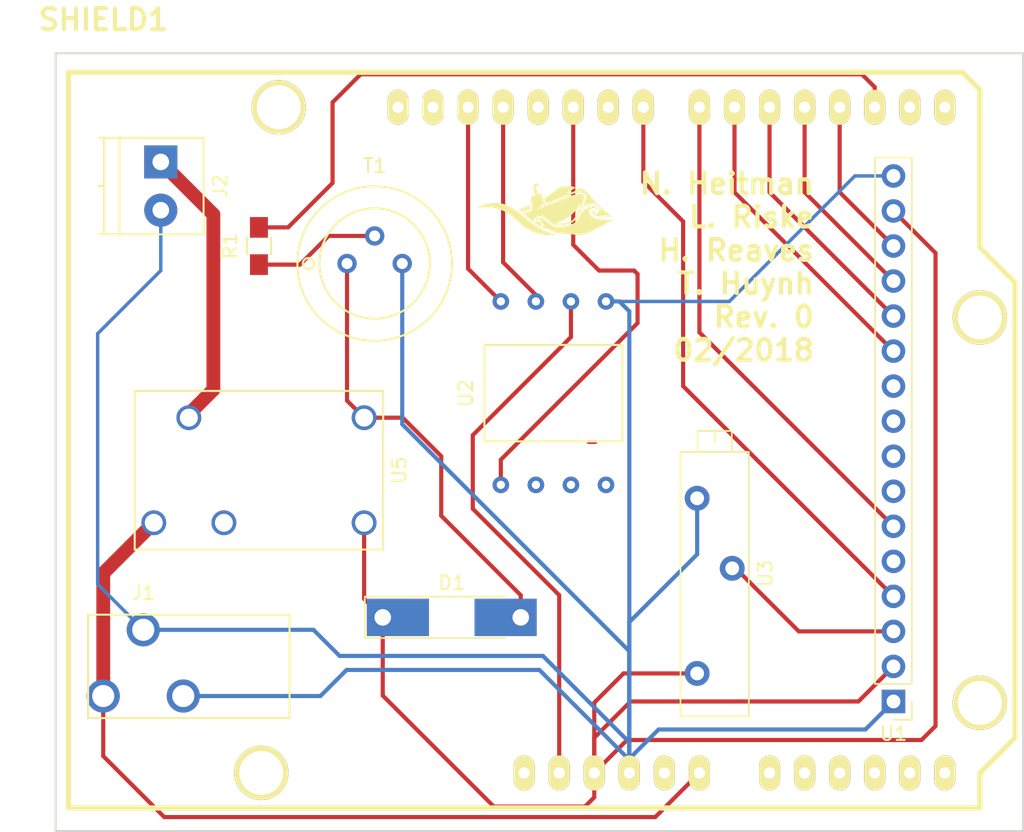
<source format=kicad_pcb>
(kicad_pcb (version 4) (host pcbnew 4.0.7)

  (general
    (links 31)
    (no_connects 0)
    (area 143.468952 46.4344 217.880001 106.120001)
    (thickness 1.6)
    (drawings 6)
    (tracks 118)
    (zones 0)
    (modules 11)
    (nets 42)
  )

  (page A4)
  (layers
    (0 F.Cu signal)
    (31 B.Cu signal)
    (32 B.Adhes user)
    (33 F.Adhes user)
    (34 B.Paste user)
    (35 F.Paste user)
    (36 B.SilkS user)
    (37 F.SilkS user)
    (38 B.Mask user)
    (39 F.Mask user)
    (40 Dwgs.User user)
    (41 Cmts.User user)
    (42 Eco1.User user)
    (43 Eco2.User user)
    (44 Edge.Cuts user)
    (45 Margin user)
    (46 B.CrtYd user)
    (47 F.CrtYd user)
    (48 B.Fab user)
    (49 F.Fab user)
  )

  (setup
    (last_trace_width 1)
    (user_trace_width 1)
    (trace_clearance 0.2)
    (zone_clearance 0.508)
    (zone_45_only no)
    (trace_min 0.2)
    (segment_width 0.2)
    (edge_width 0.15)
    (via_size 0.6)
    (via_drill 0.4)
    (via_min_size 0.4)
    (via_min_drill 0.3)
    (uvia_size 0.3)
    (uvia_drill 0.1)
    (uvias_allowed no)
    (uvia_min_size 0.2)
    (uvia_min_drill 0.1)
    (pcb_text_width 0.3)
    (pcb_text_size 1.5 1.5)
    (mod_edge_width 0.15)
    (mod_text_size 1 1)
    (mod_text_width 0.15)
    (pad_size 1.524 1.524)
    (pad_drill 0.762)
    (pad_to_mask_clearance 0.2)
    (aux_axis_origin 0 0)
    (visible_elements FFFFFF7F)
    (pcbplotparams
      (layerselection 0x00030_80000001)
      (usegerberextensions false)
      (excludeedgelayer true)
      (linewidth 0.100000)
      (plotframeref false)
      (viasonmask false)
      (mode 1)
      (useauxorigin false)
      (hpglpennumber 1)
      (hpglpenspeed 20)
      (hpglpendiameter 15)
      (hpglpenoverlay 2)
      (psnegative false)
      (psa4output false)
      (plotreference true)
      (plotvalue true)
      (plotinvisibletext false)
      (padsonsilk false)
      (subtractmaskfromsilk false)
      (outputformat 1)
      (mirror false)
      (drillshape 1)
      (scaleselection 1)
      (outputdirectory ""))
  )

  (net 0 "")
  (net 1 "Net-(D1-Pad2)")
  (net 2 "Net-(J2-Pad1)")
  (net 3 GND)
  (net 4 "Net-(R1-Pad1)")
  (net 5 /5VDD)
  (net 6 "Net-(SHIELD1-PadAD5)")
  (net 7 "Net-(SHIELD1-PadAD4)")
  (net 8 "Net-(SHIELD1-PadAD3)")
  (net 9 "Net-(SHIELD1-PadAD0)")
  (net 10 "Net-(SHIELD1-PadAD1)")
  (net 11 "Net-(SHIELD1-PadAD2)")
  (net 12 "Net-(SHIELD1-PadGND2)")
  (net 13 /3_3VDD)
  (net 14 "Net-(SHIELD1-PadRST)")
  (net 15 "Net-(SHIELD1-Pad0)")
  (net 16 "Net-(SHIELD1-Pad1)")
  (net 17 /D2)
  (net 18 /D3)
  (net 19 /D4)
  (net 20 /D5)
  (net 21 /D6)
  (net 22 /D7)
  (net 23 /D8)
  (net 24 "Net-(SHIELD1-Pad9)")
  (net 25 /SS)
  (net 26 "Net-(SHIELD1-Pad11)")
  (net 27 /MISO)
  (net 28 /SCLK)
  (net 29 "Net-(SHIELD1-PadGND3)")
  (net 30 "Net-(SHIELD1-PadAREF)")
  (net 31 /Vout)
  (net 32 "Net-(U1-Pad5)")
  (net 33 "Net-(U1-Pad7)")
  (net 34 "Net-(U1-Pad8)")
  (net 35 "Net-(U1-Pad9)")
  (net 36 "Net-(U1-Pad10)")
  (net 37 "Net-(U2-Pad8)")
  (net 38 "Net-(U2-Pad7)")
  (net 39 "Net-(U2-Pad6)")
  (net 40 /S1)
  (net 41 "Net-(U5-Pad3)")

  (net_class Default "This is the default net class."
    (clearance 0.2)
    (trace_width 0.3)
    (via_dia 0.6)
    (via_drill 0.4)
    (uvia_dia 0.3)
    (uvia_drill 0.1)
    (add_net /3_3VDD)
    (add_net /5VDD)
    (add_net /D2)
    (add_net /D3)
    (add_net /D4)
    (add_net /D5)
    (add_net /D6)
    (add_net /D7)
    (add_net /D8)
    (add_net /MISO)
    (add_net /S1)
    (add_net /SCLK)
    (add_net /SS)
    (add_net /Vout)
    (add_net GND)
    (add_net "Net-(D1-Pad2)")
    (add_net "Net-(J2-Pad1)")
    (add_net "Net-(R1-Pad1)")
    (add_net "Net-(SHIELD1-Pad0)")
    (add_net "Net-(SHIELD1-Pad1)")
    (add_net "Net-(SHIELD1-Pad11)")
    (add_net "Net-(SHIELD1-Pad9)")
    (add_net "Net-(SHIELD1-PadAD0)")
    (add_net "Net-(SHIELD1-PadAD1)")
    (add_net "Net-(SHIELD1-PadAD2)")
    (add_net "Net-(SHIELD1-PadAD3)")
    (add_net "Net-(SHIELD1-PadAD4)")
    (add_net "Net-(SHIELD1-PadAD5)")
    (add_net "Net-(SHIELD1-PadAREF)")
    (add_net "Net-(SHIELD1-PadGND2)")
    (add_net "Net-(SHIELD1-PadGND3)")
    (add_net "Net-(SHIELD1-PadRST)")
    (add_net "Net-(U1-Pad10)")
    (add_net "Net-(U1-Pad5)")
    (add_net "Net-(U1-Pad7)")
    (add_net "Net-(U1-Pad8)")
    (add_net "Net-(U1-Pad9)")
    (add_net "Net-(U2-Pad6)")
    (add_net "Net-(U2-Pad7)")
    (add_net "Net-(U2-Pad8)")
    (add_net "Net-(U5-Pad3)")
  )

  (net_class class1 ""
    (clearance 0.2)
    (trace_width 0.3)
    (via_dia 0.6)
    (via_drill 0.4)
    (uvia_dia 0.3)
    (uvia_drill 0.1)
  )

  (module Diodes_SMD:D_MELF-RM10_Universal_Handsoldering (layer F.Cu) (tedit 5905D8D3) (tstamp 5A8A1A83)
    (at 176.276 91.186)
    (descr "Diode, Universal, MELF, RM10, Handsoldering, SMD, Thruhole,")
    (tags "Diode Universal MELF RM10 Handsoldering SMD Thruhole ")
    (path /5A88B738)
    (fp_text reference D1 (at 0 -2.5) (layer F.SilkS)
      (effects (font (size 1 1) (thickness 0.15)))
    )
    (fp_text value D (at 0 2.5) (layer F.Fab)
      (effects (font (size 1 1) (thickness 0.15)))
    )
    (fp_text user %R (at 0 -2.5) (layer F.Fab)
      (effects (font (size 1 1) (thickness 0.15)))
    )
    (fp_line (start 3.9 -1.5) (end -6.3 -1.5) (layer F.SilkS) (width 0.12))
    (fp_line (start -6.3 -1.5) (end -6.3 1.5) (layer F.SilkS) (width 0.12))
    (fp_line (start -6.3 1.5) (end 3.9 1.5) (layer F.SilkS) (width 0.12))
    (fp_line (start 2.6 -1.3) (end -2.6 -1.3) (layer F.Fab) (width 0.1))
    (fp_line (start -2.6 -1.3) (end -2.6 1.3) (layer F.Fab) (width 0.1))
    (fp_line (start -2.6 1.3) (end 2.6 1.3) (layer F.Fab) (width 0.1))
    (fp_line (start 2.6 1.3) (end 2.6 -1.3) (layer F.Fab) (width 0.1))
    (fp_line (start -0.64944 0.00102) (end -1.55114 0.00102) (layer F.Fab) (width 0.1))
    (fp_line (start 0.50118 0.00102) (end 1.4994 0.00102) (layer F.Fab) (width 0.1))
    (fp_line (start -0.64944 -0.79908) (end -0.64944 0.80112) (layer F.Fab) (width 0.1))
    (fp_line (start 0.50118 0.75032) (end 0.50118 -0.79908) (layer F.Fab) (width 0.1))
    (fp_line (start -0.64944 0.00102) (end 0.50118 0.75032) (layer F.Fab) (width 0.1))
    (fp_line (start -0.64944 0.00102) (end 0.50118 -0.79908) (layer F.Fab) (width 0.1))
    (fp_line (start -6.4 -1.6) (end 6.4 -1.6) (layer F.CrtYd) (width 0.05))
    (fp_line (start 6.4 -1.6) (end 6.4 1.6) (layer F.CrtYd) (width 0.05))
    (fp_line (start 6.4 1.6) (end -6.4 1.6) (layer F.CrtYd) (width 0.05))
    (fp_line (start -6.4 1.6) (end -6.4 -1.6) (layer F.CrtYd) (width 0.05))
    (pad 1 thru_hole rect (at -5 0) (size 4.5 2.7) (drill 1.19888 (offset 1.1 0)) (layers *.Cu *.Mask)
      (net 5 /5VDD))
    (pad 2 thru_hole rect (at 5 0 180) (size 4.5 2.7) (drill 1.19888 (offset 1.1 0)) (layers *.Cu *.Mask)
      (net 1 "Net-(D1-Pad2)"))
    (model ${KISYS3DMOD}/Diodes_SMD.3dshapes/D_MELF.wrl
      (at (xyz 0 0 0))
      (scale (xyz 1 1 1))
      (rotate (xyz 0 0 0))
    )
  )

  (module Connectors_Terminal_Blocks:TerminalBlock_Pheonix_PT-3.5mm_2pol (layer F.Cu) (tedit 0) (tstamp 5A8A1A94)
    (at 155.194 58.166 270)
    (descr "2-way 3.5mm pitch terminal block, Phoenix PT series")
    (path /5A88BC06)
    (fp_text reference J2 (at 1.75 -4.3 270) (layer F.SilkS)
      (effects (font (size 1 1) (thickness 0.15)))
    )
    (fp_text value Screw_Terminal_01x02 (at 1.75 6 270) (layer F.Fab)
      (effects (font (size 1 1) (thickness 0.15)))
    )
    (fp_line (start -1.9 -3.3) (end 5.4 -3.3) (layer F.CrtYd) (width 0.05))
    (fp_line (start -1.9 4.7) (end -1.9 -3.3) (layer F.CrtYd) (width 0.05))
    (fp_line (start 5.4 4.7) (end -1.9 4.7) (layer F.CrtYd) (width 0.05))
    (fp_line (start 5.4 -3.3) (end 5.4 4.7) (layer F.CrtYd) (width 0.05))
    (fp_line (start 1.75 4.1) (end 1.75 4.5) (layer F.SilkS) (width 0.15))
    (fp_line (start -1.75 3) (end 5.25 3) (layer F.SilkS) (width 0.15))
    (fp_line (start -1.75 4.1) (end 5.25 4.1) (layer F.SilkS) (width 0.15))
    (fp_line (start -1.75 -3.1) (end -1.75 4.5) (layer F.SilkS) (width 0.15))
    (fp_line (start 5.25 4.5) (end 5.25 -3.1) (layer F.SilkS) (width 0.15))
    (fp_line (start 5.25 -3.1) (end -1.75 -3.1) (layer F.SilkS) (width 0.15))
    (pad 2 thru_hole circle (at 3.5 0 270) (size 2.4 2.4) (drill 1.2) (layers *.Cu *.Mask)
      (net 3 GND))
    (pad 1 thru_hole rect (at 0 0 270) (size 2.4 2.4) (drill 1.2) (layers *.Cu *.Mask)
      (net 2 "Net-(J2-Pad1)"))
    (model Terminal_Blocks.3dshapes/TerminalBlock_Pheonix_PT-3.5mm_2pol.wrl
      (at (xyz 0 0 0))
      (scale (xyz 1 1 1))
      (rotate (xyz 0 0 0))
    )
  )

  (module Resistors_SMD:R_0805_HandSoldering (layer F.Cu) (tedit 58307B90) (tstamp 5A8A1A9A)
    (at 162.306 64.262 90)
    (descr "Resistor SMD 0805, hand soldering")
    (tags "resistor 0805")
    (path /5A88E0EB)
    (attr smd)
    (fp_text reference R1 (at 0 -2.1 90) (layer F.SilkS)
      (effects (font (size 1 1) (thickness 0.15)))
    )
    (fp_text value R (at 0 2.1 90) (layer F.Fab)
      (effects (font (size 1 1) (thickness 0.15)))
    )
    (fp_line (start -1 0.625) (end -1 -0.625) (layer F.Fab) (width 0.1))
    (fp_line (start 1 0.625) (end -1 0.625) (layer F.Fab) (width 0.1))
    (fp_line (start 1 -0.625) (end 1 0.625) (layer F.Fab) (width 0.1))
    (fp_line (start -1 -0.625) (end 1 -0.625) (layer F.Fab) (width 0.1))
    (fp_line (start -2.4 -1) (end 2.4 -1) (layer F.CrtYd) (width 0.05))
    (fp_line (start -2.4 1) (end 2.4 1) (layer F.CrtYd) (width 0.05))
    (fp_line (start -2.4 -1) (end -2.4 1) (layer F.CrtYd) (width 0.05))
    (fp_line (start 2.4 -1) (end 2.4 1) (layer F.CrtYd) (width 0.05))
    (fp_line (start 0.6 0.875) (end -0.6 0.875) (layer F.SilkS) (width 0.15))
    (fp_line (start -0.6 -0.875) (end 0.6 -0.875) (layer F.SilkS) (width 0.15))
    (pad 1 smd rect (at -1.35 0 90) (size 1.5 1.3) (layers F.Cu F.Paste F.Mask)
      (net 4 "Net-(R1-Pad1)"))
    (pad 2 smd rect (at 1.35 0 90) (size 1.5 1.3) (layers F.Cu F.Paste F.Mask)
      (net 17 /D2))
    (model Resistors_SMD.3dshapes/R_0805_HandSoldering.wrl
      (at (xyz 0 0 0))
      (scale (xyz 1 1 1))
      (rotate (xyz 0 0 0))
    )
  )

  (module "arduino_shields:ARDUINO SHIELD" (layer F.Cu) (tedit 4CD6A37D) (tstamp 5A8A1ABE)
    (at 148.5011 105.0036)
    (path /5A88B5C5)
    (fp_text reference SHIELD1 (at 2.54 -57.15) (layer F.SilkS)
      (effects (font (thickness 0.3048)))
    )
    (fp_text value ARDUINO_SHIELD (at 5.08 -54.61) (layer F.SilkS) hide
      (effects (font (thickness 0.3048)))
    )
    (fp_line (start 66.04 -40.64) (end 66.04 -52.07) (layer F.SilkS) (width 0.381))
    (fp_line (start 66.04 -52.07) (end 64.77 -53.34) (layer F.SilkS) (width 0.381))
    (fp_line (start 64.77 -53.34) (end 0 -53.34) (layer F.SilkS) (width 0.381))
    (fp_line (start 66.04 0) (end 0 0) (layer F.SilkS) (width 0.381))
    (fp_line (start 0 0) (end 0 -53.34) (layer F.SilkS) (width 0.381))
    (fp_line (start 66.04 -40.64) (end 68.58 -38.1) (layer F.SilkS) (width 0.381))
    (fp_line (start 68.58 -38.1) (end 68.58 -5.08) (layer F.SilkS) (width 0.381))
    (fp_line (start 68.58 -5.08) (end 66.04 -2.54) (layer F.SilkS) (width 0.381))
    (fp_line (start 66.04 -2.54) (end 66.04 0) (layer F.SilkS) (width 0.381))
    (pad AD5 thru_hole oval (at 63.5 -2.54 90) (size 2.54 1.524) (drill 0.8128) (layers *.Cu *.Mask F.SilkS)
      (net 6 "Net-(SHIELD1-PadAD5)"))
    (pad AD4 thru_hole oval (at 60.96 -2.54 90) (size 2.54 1.524) (drill 0.8128) (layers *.Cu *.Mask F.SilkS)
      (net 7 "Net-(SHIELD1-PadAD4)"))
    (pad AD3 thru_hole oval (at 58.42 -2.54 90) (size 2.54 1.524) (drill 0.8128) (layers *.Cu *.Mask F.SilkS)
      (net 8 "Net-(SHIELD1-PadAD3)"))
    (pad AD0 thru_hole oval (at 50.8 -2.54 90) (size 2.54 1.524) (drill 0.8128) (layers *.Cu *.Mask F.SilkS)
      (net 9 "Net-(SHIELD1-PadAD0)"))
    (pad AD1 thru_hole oval (at 53.34 -2.54 90) (size 2.54 1.524) (drill 0.8128) (layers *.Cu *.Mask F.SilkS)
      (net 10 "Net-(SHIELD1-PadAD1)"))
    (pad AD2 thru_hole oval (at 55.88 -2.54 90) (size 2.54 1.524) (drill 0.8128) (layers *.Cu *.Mask F.SilkS)
      (net 11 "Net-(SHIELD1-PadAD2)"))
    (pad V_IN thru_hole oval (at 45.72 -2.54 90) (size 2.54 1.524) (drill 0.8128) (layers *.Cu *.Mask F.SilkS)
      (net 40 /S1))
    (pad GND2 thru_hole oval (at 43.18 -2.54 90) (size 2.54 1.524) (drill 0.8128) (layers *.Cu *.Mask F.SilkS)
      (net 12 "Net-(SHIELD1-PadGND2)"))
    (pad GND1 thru_hole oval (at 40.64 -2.54 90) (size 2.54 1.524) (drill 0.8128) (layers *.Cu *.Mask F.SilkS)
      (net 3 GND))
    (pad 3V3 thru_hole oval (at 35.56 -2.54 90) (size 2.54 1.524) (drill 0.8128) (layers *.Cu *.Mask F.SilkS)
      (net 13 /3_3VDD))
    (pad RST thru_hole oval (at 33.02 -2.54 90) (size 2.54 1.524) (drill 0.8128) (layers *.Cu *.Mask F.SilkS)
      (net 14 "Net-(SHIELD1-PadRST)"))
    (pad 0 thru_hole oval (at 63.5 -50.8 90) (size 2.54 1.524) (drill 0.8128) (layers *.Cu *.Mask F.SilkS)
      (net 15 "Net-(SHIELD1-Pad0)"))
    (pad 1 thru_hole oval (at 60.96 -50.8 90) (size 2.54 1.524) (drill 0.8128) (layers *.Cu *.Mask F.SilkS)
      (net 16 "Net-(SHIELD1-Pad1)"))
    (pad 2 thru_hole oval (at 58.42 -50.8 90) (size 2.54 1.524) (drill 0.8128) (layers *.Cu *.Mask F.SilkS)
      (net 17 /D2))
    (pad 3 thru_hole oval (at 55.88 -50.8 90) (size 2.54 1.524) (drill 0.8128) (layers *.Cu *.Mask F.SilkS)
      (net 18 /D3))
    (pad 4 thru_hole oval (at 53.34 -50.8 90) (size 2.54 1.524) (drill 0.8128) (layers *.Cu *.Mask F.SilkS)
      (net 19 /D4))
    (pad 5 thru_hole oval (at 50.8 -50.8 90) (size 2.54 1.524) (drill 0.8128) (layers *.Cu *.Mask F.SilkS)
      (net 20 /D5))
    (pad 6 thru_hole oval (at 48.26 -50.8 90) (size 2.54 1.524) (drill 0.8128) (layers *.Cu *.Mask F.SilkS)
      (net 21 /D6))
    (pad 7 thru_hole oval (at 45.72 -50.8 90) (size 2.54 1.524) (drill 0.8128) (layers *.Cu *.Mask F.SilkS)
      (net 22 /D7))
    (pad 8 thru_hole oval (at 41.656 -50.8 90) (size 2.54 1.524) (drill 0.8128) (layers *.Cu *.Mask F.SilkS)
      (net 23 /D8))
    (pad 9 thru_hole oval (at 39.116 -50.8 90) (size 2.54 1.524) (drill 0.8128) (layers *.Cu *.Mask F.SilkS)
      (net 24 "Net-(SHIELD1-Pad9)"))
    (pad 10 thru_hole oval (at 36.576 -50.8 90) (size 2.54 1.524) (drill 0.8128) (layers *.Cu *.Mask F.SilkS)
      (net 25 /SS))
    (pad 11 thru_hole oval (at 34.036 -50.8 90) (size 2.54 1.524) (drill 0.8128) (layers *.Cu *.Mask F.SilkS)
      (net 26 "Net-(SHIELD1-Pad11)"))
    (pad 12 thru_hole oval (at 31.496 -50.8 90) (size 2.54 1.524) (drill 0.8128) (layers *.Cu *.Mask F.SilkS)
      (net 27 /MISO))
    (pad 13 thru_hole oval (at 28.956 -50.8 90) (size 2.54 1.524) (drill 0.8128) (layers *.Cu *.Mask F.SilkS)
      (net 28 /SCLK))
    (pad GND3 thru_hole oval (at 26.416 -50.8 90) (size 2.54 1.524) (drill 0.8128) (layers *.Cu *.Mask F.SilkS)
      (net 29 "Net-(SHIELD1-PadGND3)"))
    (pad AREF thru_hole oval (at 23.876 -50.8 90) (size 2.54 1.524) (drill 0.8128) (layers *.Cu *.Mask F.SilkS)
      (net 30 "Net-(SHIELD1-PadAREF)"))
    (pad 5V thru_hole oval (at 38.1 -2.54 90) (size 2.54 1.524) (drill 0.8128) (layers *.Cu *.Mask F.SilkS)
      (net 5 /5VDD))
    (pad "" thru_hole circle (at 66.04 -7.62 90) (size 3.937 3.937) (drill 3.175) (layers *.Cu *.Mask F.SilkS))
    (pad "" thru_hole circle (at 66.04 -35.56 90) (size 3.937 3.937) (drill 3.175) (layers *.Cu *.Mask F.SilkS))
    (pad "" thru_hole circle (at 15.24 -50.8 90) (size 3.937 3.937) (drill 3.175) (layers *.Cu *.Mask F.SilkS))
    (pad "" thru_hole circle (at 13.97 -2.54 90) (size 3.937 3.937) (drill 3.175) (layers *.Cu *.Mask F.SilkS))
  )

  (module Transistors_OldSowjetAera:OldSowjetaera_Transistor_Type-II_SmallPads (layer F.Cu) (tedit 0) (tstamp 5A8A1AC5)
    (at 170.688 65.532)
    (path /5A88E04C)
    (fp_text reference T1 (at 0 -7.1) (layer F.SilkS)
      (effects (font (size 1 1) (thickness 0.15)))
    )
    (fp_text value TRANSISTOR-NPN-BIPOLAR_EN60617_Derived05-05-02_Date20130304 (at 0.1 7.6) (layer F.Fab)
      (effects (font (size 1 1) (thickness 0.15)))
    )
    (fp_circle (center -4.8 0) (end -4.8 0.4) (layer F.SilkS) (width 0.15))
    (fp_circle (center 0 0) (end 4 0) (layer F.SilkS) (width 0.15))
    (fp_circle (center 0 0) (end 5.6 0) (layer F.SilkS) (width 0.15))
    (pad 2 thru_hole circle (at 0 -2) (size 1.4 1.4) (drill 0.8) (layers *.Cu *.Mask)
      (net 4 "Net-(R1-Pad1)"))
    (pad 1 thru_hole circle (at -2 0) (size 1.4 1.4) (drill 0.8) (layers *.Cu *.Mask)
      (net 1 "Net-(D1-Pad2)"))
    (pad 3 thru_hole circle (at 2 0) (size 1.4 1.4) (drill 0.8) (layers *.Cu *.Mask)
      (net 3 GND))
    (model Transistors_OldSowjetAera.3dshapes/OldSowjetaera_Transistor_Type-II_SmallPads.wrl
      (at (xyz 0 0 0))
      (scale (xyz 0.3937 0.3937 0.3937))
      (rotate (xyz 0 0 0))
    )
  )

  (module Pin_Headers:Pin_Header_Straight_1x16_Pitch2.54mm (layer F.Cu) (tedit 59650532) (tstamp 5A8A1AD9)
    (at 208.28 97.282 180)
    (descr "Through hole straight pin header, 1x16, 2.54mm pitch, single row")
    (tags "Through hole pin header THT 1x16 2.54mm single row")
    (path /5A88B6D8)
    (fp_text reference U1 (at 0 -2.33 180) (layer F.SilkS)
      (effects (font (size 1 1) (thickness 0.15)))
    )
    (fp_text value 16x2_LCD (at 0 40.43 180) (layer F.Fab)
      (effects (font (size 1 1) (thickness 0.15)))
    )
    (fp_line (start -0.635 -1.27) (end 1.27 -1.27) (layer F.Fab) (width 0.1))
    (fp_line (start 1.27 -1.27) (end 1.27 39.37) (layer F.Fab) (width 0.1))
    (fp_line (start 1.27 39.37) (end -1.27 39.37) (layer F.Fab) (width 0.1))
    (fp_line (start -1.27 39.37) (end -1.27 -0.635) (layer F.Fab) (width 0.1))
    (fp_line (start -1.27 -0.635) (end -0.635 -1.27) (layer F.Fab) (width 0.1))
    (fp_line (start -1.33 39.43) (end 1.33 39.43) (layer F.SilkS) (width 0.12))
    (fp_line (start -1.33 1.27) (end -1.33 39.43) (layer F.SilkS) (width 0.12))
    (fp_line (start 1.33 1.27) (end 1.33 39.43) (layer F.SilkS) (width 0.12))
    (fp_line (start -1.33 1.27) (end 1.33 1.27) (layer F.SilkS) (width 0.12))
    (fp_line (start -1.33 0) (end -1.33 -1.33) (layer F.SilkS) (width 0.12))
    (fp_line (start -1.33 -1.33) (end 0 -1.33) (layer F.SilkS) (width 0.12))
    (fp_line (start -1.8 -1.8) (end -1.8 39.9) (layer F.CrtYd) (width 0.05))
    (fp_line (start -1.8 39.9) (end 1.8 39.9) (layer F.CrtYd) (width 0.05))
    (fp_line (start 1.8 39.9) (end 1.8 -1.8) (layer F.CrtYd) (width 0.05))
    (fp_line (start 1.8 -1.8) (end -1.8 -1.8) (layer F.CrtYd) (width 0.05))
    (fp_text user %R (at 0 19.05 270) (layer F.Fab)
      (effects (font (size 1 1) (thickness 0.15)))
    )
    (pad 1 thru_hole rect (at 0 0 180) (size 1.7 1.7) (drill 1) (layers *.Cu *.Mask)
      (net 3 GND))
    (pad 2 thru_hole oval (at 0 2.54 180) (size 1.7 1.7) (drill 1) (layers *.Cu *.Mask)
      (net 5 /5VDD))
    (pad 3 thru_hole oval (at 0 5.08 180) (size 1.7 1.7) (drill 1) (layers *.Cu *.Mask)
      (net 31 /Vout))
    (pad 4 thru_hole oval (at 0 7.62 180) (size 1.7 1.7) (drill 1) (layers *.Cu *.Mask)
      (net 23 /D8))
    (pad 5 thru_hole oval (at 0 10.16 180) (size 1.7 1.7) (drill 1) (layers *.Cu *.Mask)
      (net 32 "Net-(U1-Pad5)"))
    (pad 6 thru_hole oval (at 0 12.7 180) (size 1.7 1.7) (drill 1) (layers *.Cu *.Mask)
      (net 22 /D7))
    (pad 7 thru_hole oval (at 0 15.24 180) (size 1.7 1.7) (drill 1) (layers *.Cu *.Mask)
      (net 33 "Net-(U1-Pad7)"))
    (pad 8 thru_hole oval (at 0 17.78 180) (size 1.7 1.7) (drill 1) (layers *.Cu *.Mask)
      (net 34 "Net-(U1-Pad8)"))
    (pad 9 thru_hole oval (at 0 20.32 180) (size 1.7 1.7) (drill 1) (layers *.Cu *.Mask)
      (net 35 "Net-(U1-Pad9)"))
    (pad 10 thru_hole oval (at 0 22.86 180) (size 1.7 1.7) (drill 1) (layers *.Cu *.Mask)
      (net 36 "Net-(U1-Pad10)"))
    (pad 11 thru_hole oval (at 0 25.4 180) (size 1.7 1.7) (drill 1) (layers *.Cu *.Mask)
      (net 21 /D6))
    (pad 12 thru_hole oval (at 0 27.94 180) (size 1.7 1.7) (drill 1) (layers *.Cu *.Mask)
      (net 20 /D5))
    (pad 13 thru_hole oval (at 0 30.48 180) (size 1.7 1.7) (drill 1) (layers *.Cu *.Mask)
      (net 19 /D4))
    (pad 14 thru_hole oval (at 0 33.02 180) (size 1.7 1.7) (drill 1) (layers *.Cu *.Mask)
      (net 18 /D3))
    (pad 15 thru_hole oval (at 0 35.56 180) (size 1.7 1.7) (drill 1) (layers *.Cu *.Mask)
      (net 5 /5VDD))
    (pad 16 thru_hole oval (at 0 38.1 180) (size 1.7 1.7) (drill 1) (layers *.Cu *.Mask)
      (net 3 GND))
    (model ${KISYS3DMOD}/Pin_Headers.3dshapes/Pin_Header_Straight_1x16_Pitch2.54mm.wrl
      (at (xyz 0 0 0))
      (scale (xyz 1 1 1))
      (rotate (xyz 0 0 0))
    )
  )

  (module PB:JZC-11F (layer F.Cu) (tedit 5A8279B4) (tstamp 5A8A1AF5)
    (at 163.576 80.518 90)
    (path /5A88B8E6)
    (fp_text reference U5 (at 0 8.89 90) (layer F.SilkS)
      (effects (font (size 1 1) (thickness 0.15)))
    )
    (fp_text value RELAY (at 0 -11.43 90) (layer F.Fab)
      (effects (font (size 1 1) (thickness 0.15)))
    )
    (fp_line (start 5.75 -10.27) (end 5.75 7.62) (layer F.SilkS) (width 0.15))
    (fp_line (start -5.75 -10.27) (end 5.75 -10.27) (layer F.SilkS) (width 0.15))
    (fp_line (start -5.75 7.73) (end -5.75 -10.27) (layer F.SilkS) (width 0.15))
    (fp_line (start 5.75 7.73) (end -5.75 7.73) (layer F.SilkS) (width 0.15))
    (pad 1 thru_hole circle (at -3.81 6.35 90) (size 1.8 1.8) (drill 1.3) (layers *.Cu *.Mask)
      (net 5 /5VDD))
    (pad 2 thru_hole circle (at 3.81 6.35 90) (size 1.8 1.8) (drill 1.3) (layers *.Cu *.Mask)
      (net 1 "Net-(D1-Pad2)"))
    (pad 3 thru_hole circle (at -3.81 -3.81 90) (size 1.8 1.8) (drill 1.3) (layers *.Cu *.Mask)
      (net 41 "Net-(U5-Pad3)"))
    (pad 4 thru_hole circle (at -3.81 -8.89 90) (size 1.8 1.8) (drill 1.3) (layers *.Cu *.Mask)
      (net 40 /S1))
    (pad 5 thru_hole circle (at 3.81 -6.35 90) (size 1.8 1.8) (drill 1.3) (layers *.Cu *.Mask)
      (net 2 "Net-(J2-Pad1)"))
  )

  (module PB:Potentiometer_Trimmer_Bourns_3006P (layer F.Cu) (tedit 58826B0A) (tstamp 5A8A1AEC)
    (at 194.056 95.25 270)
    (descr "Spindle Trimmer Potentiometer, Bourns 3006P, http://www.bourns.com/docs/Product-Datasheets/3006.pdf?sfvrsn=0")
    (tags "Spindle Trimmer Potentiometer   Bourns 3006P")
    (path /5A88CF69)
    (fp_text reference U3 (at -7.235 -4.935 270) (layer F.SilkS)
      (effects (font (size 1 1) (thickness 0.15)))
    )
    (fp_text value Potentiometer (at -7.235 2.395 270) (layer F.Fab)
      (effects (font (size 1 1) (thickness 0.15)))
    )
    (fp_line (start -16 -3.685) (end -16 1.145) (layer F.Fab) (width 0.1))
    (fp_line (start -16 1.145) (end 3.05 1.145) (layer F.Fab) (width 0.1))
    (fp_line (start 3.05 1.145) (end 3.05 -3.685) (layer F.Fab) (width 0.1))
    (fp_line (start 3.05 -3.685) (end -16 -3.685) (layer F.Fab) (width 0.1))
    (fp_line (start -17.52 -2.45) (end -17.52 -0.09) (layer F.Fab) (width 0.1))
    (fp_line (start -17.52 -0.09) (end -16 -0.09) (layer F.Fab) (width 0.1))
    (fp_line (start -16 -0.09) (end -16 -2.45) (layer F.Fab) (width 0.1))
    (fp_line (start -16 -2.45) (end -17.52 -2.45) (layer F.Fab) (width 0.1))
    (fp_line (start -17.52 -1.27) (end -16.76 -1.27) (layer F.Fab) (width 0.1))
    (fp_line (start -16.06 -3.745) (end 3.111 -3.745) (layer F.SilkS) (width 0.12))
    (fp_line (start -16.06 1.206) (end 3.111 1.206) (layer F.SilkS) (width 0.12))
    (fp_line (start -16.06 -3.745) (end -16.06 1.206) (layer F.SilkS) (width 0.12))
    (fp_line (start 3.111 -3.745) (end 3.111 1.206) (layer F.SilkS) (width 0.12))
    (fp_line (start -17.58 -2.51) (end -16.061 -2.51) (layer F.SilkS) (width 0.12))
    (fp_line (start -17.58 -0.03) (end -16.061 -0.03) (layer F.SilkS) (width 0.12))
    (fp_line (start -17.58 -2.51) (end -17.58 -0.03) (layer F.SilkS) (width 0.12))
    (fp_line (start -16.061 -2.51) (end -16.061 -0.03) (layer F.SilkS) (width 0.12))
    (fp_line (start -17.58 -1.27) (end -16.82 -1.27) (layer F.SilkS) (width 0.12))
    (fp_line (start -17.8 -3.95) (end -17.8 1.4) (layer F.CrtYd) (width 0.05))
    (fp_line (start -17.8 1.4) (end 3.35 1.4) (layer F.CrtYd) (width 0.05))
    (fp_line (start 3.35 1.4) (end 3.35 -3.95) (layer F.CrtYd) (width 0.05))
    (fp_line (start 3.35 -3.95) (end -17.8 -3.95) (layer F.CrtYd) (width 0.05))
    (pad 1 thru_hole circle (at 0 0 270) (size 1.8 1.8) (drill 1) (layers *.Cu *.Mask)
      (net 5 /5VDD))
    (pad 2 thru_hole circle (at -7.62 -2.54 270) (size 1.8 1.8) (drill 1) (layers *.Cu *.Mask)
      (net 31 /Vout))
    (pad 3 thru_hole circle (at -12.7 0 270) (size 1.8 1.8) (drill 1) (layers *.Cu *.Mask)
      (net 3 GND))
    (model Potentiometers.3dshapes/Potentiometer_Trimmer_Bourns_3006P.wrl
      (at (xyz 0 0 0))
      (scale (xyz 1 1 1))
      (rotate (xyz 0 0 0))
    )
  )

  (module PB:robosub_logo-medium (layer F.Cu) (tedit 0) (tstamp 5AA6CE2F)
    (at 183.134 61.722)
    (fp_text reference G*** (at 0 0) (layer F.SilkS) hide
      (effects (font (thickness 0.3)))
    )
    (fp_text value LOGO (at 0.75 0) (layer F.SilkS) hide
      (effects (font (thickness 0.3)))
    )
    (fp_poly (pts (xy -3.630522 -0.586779) (xy -3.608205 -0.586576) (xy -3.588209 -0.586171) (xy -3.569697 -0.585523)
      (xy -3.551832 -0.584591) (xy -3.533775 -0.583331) (xy -3.514687 -0.581704) (xy -3.493732 -0.579665)
      (xy -3.476535 -0.577869) (xy -3.399362 -0.567949) (xy -3.321616 -0.554586) (xy -3.243241 -0.537754)
      (xy -3.164179 -0.517431) (xy -3.084373 -0.493592) (xy -3.003765 -0.466215) (xy -2.922298 -0.435276)
      (xy -2.839914 -0.400751) (xy -2.756557 -0.362617) (xy -2.672168 -0.32085) (xy -2.586691 -0.275426)
      (xy -2.500069 -0.226322) (xy -2.412243 -0.173515) (xy -2.323156 -0.11698) (xy -2.27 -0.08188)
      (xy -2.236933 -0.059573) (xy -2.204022 -0.037032) (xy -2.17108 -0.014115) (xy -2.137922 0.00932)
      (xy -2.104361 0.033416) (xy -2.07021 0.058315) (xy -2.035284 0.08416) (xy -1.999397 0.111093)
      (xy -1.962361 0.139256) (xy -1.923992 0.168792) (xy -1.884102 0.199844) (xy -1.842506 0.232554)
      (xy -1.799018 0.267064) (xy -1.75345 0.303516) (xy -1.705617 0.342054) (xy -1.655333 0.38282)
      (xy -1.602411 0.425955) (xy -1.55 0.468867) (xy -1.50476 0.505964) (xy -1.462416 0.540648)
      (xy -1.422788 0.573063) (xy -1.385697 0.603355) (xy -1.350962 0.631666) (xy -1.318405 0.658141)
      (xy -1.287844 0.682925) (xy -1.259101 0.706161) (xy -1.231995 0.727993) (xy -1.206346 0.748567)
      (xy -1.181975 0.768025) (xy -1.158702 0.786513) (xy -1.136346 0.804174) (xy -1.114729 0.821153)
      (xy -1.09367 0.837593) (xy -1.072989 0.85364) (xy -1.052506 0.869436) (xy -1.032042 0.885127)
      (xy -1.011417 0.900856) (xy -1.006 0.904974) (xy -0.942525 0.952574) (xy -0.878815 0.999118)
      (xy -0.81522 1.044372) (xy -0.752087 1.088104) (xy -0.689765 1.13008) (xy -0.628604 1.170065)
      (xy -0.56895 1.207826) (xy -0.511153 1.243129) (xy -0.455561 1.27574) (xy -0.44 1.284605)
      (xy -0.39336 1.310397) (xy -0.343515 1.336845) (xy -0.291139 1.363611) (xy -0.236903 1.39036)
      (xy -0.18148 1.416758) (xy -0.12554 1.442466) (xy -0.111863 1.448608) (xy -0.06872 1.467598)
      (xy -0.023471 1.486934) (xy 0.024049 1.50668) (xy 0.074003 1.526898) (xy 0.126557 1.547651)
      (xy 0.181876 1.569003) (xy 0.240124 1.591017) (xy 0.301465 1.613756) (xy 0.366064 1.637282)
      (xy 0.434087 1.661659) (xy 0.505697 1.686951) (xy 0.558 1.705216) (xy 0.575423 1.711275)
      (xy 0.591729 1.716947) (xy 0.60652 1.722094) (xy 0.619396 1.726576) (xy 0.629959 1.730255)
      (xy 0.637809 1.732992) (xy 0.642548 1.734648) (xy 0.643786 1.735084) (xy 0.645738 1.736478)
      (xy 0.645621 1.737045) (xy 0.643115 1.737714) (xy 0.637008 1.738556) (xy 0.627695 1.739543)
      (xy 0.615569 1.740647) (xy 0.601025 1.741842) (xy 0.584457 1.7431) (xy 0.566259 1.744393)
      (xy 0.546826 1.745695) (xy 0.526551 1.746977) (xy 0.50583 1.748213) (xy 0.485055 1.749375)
      (xy 0.464621 1.750437) (xy 0.444923 1.751369) (xy 0.43 1.752003) (xy 0.414569 1.752499)
      (xy 0.395784 1.752903) (xy 0.374291 1.753218) (xy 0.350733 1.753442) (xy 0.325755 1.753576)
      (xy 0.300004 1.753621) (xy 0.274123 1.753576) (xy 0.248758 1.753443) (xy 0.224553 1.753221)
      (xy 0.202153 1.752911) (xy 0.182204 1.752513) (xy 0.16535 1.752027) (xy 0.161 1.751864)
      (xy 0.04898 1.74565) (xy -0.062278 1.735982) (xy -0.172624 1.722901) (xy -0.281907 1.706448)
      (xy -0.389974 1.686664) (xy -0.496675 1.663588) (xy -0.601858 1.637262) (xy -0.705371 1.607725)
      (xy -0.807064 1.575018) (xy -0.906784 1.539182) (xy -1.00438 1.500257) (xy -1.099701 1.458284)
      (xy -1.192595 1.413302) (xy -1.28 1.366967) (xy -1.3263 1.340814) (xy -1.370797 1.314587)
      (xy -1.414098 1.287884) (xy -1.45681 1.260301) (xy -1.49954 1.231434) (xy -1.542896 1.200878)
      (xy -1.587484 1.168231) (xy -1.633912 1.133089) (xy -1.648 1.122224) (xy -1.672079 1.10347)
      (xy -1.695167 1.085244) (xy -1.717524 1.067315) (xy -1.73941 1.049454) (xy -1.761084 1.03143)
      (xy -1.782807 1.013014) (xy -1.804838 0.993976) (xy -1.827437 0.974086) (xy -1.850863 0.953114)
      (xy -1.875376 0.930831) (xy -1.901236 0.907005) (xy -1.928703 0.881408) (xy -1.958036 0.853809)
      (xy -1.989495 0.823979) (xy -2.02334 0.791687) (xy -2.046878 0.769138) (xy -2.081779 0.735689)
      (xy -2.11404 0.704844) (xy -2.143875 0.676409) (xy -2.171501 0.650188) (xy -2.197134 0.625986)
      (xy -2.220989 0.603608) (xy -2.243284 0.582859) (xy -2.264233 0.563543) (xy -2.284053 0.545466)
      (xy -2.30296 0.528433) (xy -2.321169 0.512247) (xy -2.338897 0.496715) (xy -2.35636 0.481641)
      (xy -2.373773 0.46683) (xy -2.391352 0.452086) (xy -2.409314 0.437215) (xy -2.427874 0.422021)
      (xy -2.447249 0.40631) (xy -2.458 0.397642) (xy -2.519738 0.348895) (xy -2.580006 0.303254)
      (xy -2.639346 0.260371) (xy -2.698303 0.219895) (xy -2.757417 0.181477) (xy -2.817231 0.144766)
      (xy -2.878289 0.109413) (xy -2.941133 0.075067) (xy -3.006306 0.04138) (xy -3.025 0.03204)
      (xy -3.12409 -0.014925) (xy -3.224543 -0.058215) (xy -3.326244 -0.097808) (xy -3.429077 -0.133681)
      (xy -3.532926 -0.165811) (xy -3.637675 -0.194176) (xy -3.743208 -0.218752) (xy -3.849409 -0.239517)
      (xy -3.956162 -0.256448) (xy -4.063351 -0.269522) (xy -4.170861 -0.278716) (xy -4.278575 -0.284007)
      (xy -4.386377 -0.285373) (xy -4.494152 -0.28279) (xy -4.593 -0.276921) (xy -4.678269 -0.269046)
      (xy -4.763874 -0.258481) (xy -4.848567 -0.2454) (xy -4.927057 -0.230796) (xy -4.943826 -0.227412)
      (xy -4.957086 -0.224769) (xy -4.967246 -0.222801) (xy -4.974714 -0.221442) (xy -4.9799 -0.220629)
      (xy -4.983212 -0.220295) (xy -4.98506 -0.220375) (xy -4.985852 -0.220804) (xy -4.986001 -0.221389)
      (xy -4.984334 -0.224424) (xy -4.979508 -0.229339) (xy -4.971778 -0.235937) (xy -4.961402 -0.244019)
      (xy -4.948639 -0.25339) (xy -4.933745 -0.26385) (xy -4.916978 -0.275203) (xy -4.90873 -0.280655)
      (xy -4.847411 -0.318643) (xy -4.78299 -0.354165) (xy -4.715532 -0.387196) (xy -4.645103 -0.417712)
      (xy -4.571769 -0.445689) (xy -4.495597 -0.471103) (xy -4.41665 -0.493929) (xy -4.334996 -0.514144)
      (xy -4.2507 -0.531722) (xy -4.205482 -0.539875) (xy -4.131874 -0.551455) (xy -4.055609 -0.561549)
      (xy -3.977677 -0.570074) (xy -3.899067 -0.576944) (xy -3.82077 -0.582074) (xy -3.743775 -0.585382)
      (xy -3.669073 -0.586781) (xy -3.656 -0.586823) (xy -3.630522 -0.586779)) (layer F.SilkS) (width 0.01))
    (fp_poly (pts (xy 3.41982 -0.350762) (xy 3.457689 -0.346062) (xy 3.494283 -0.338131) (xy 3.529168 -0.327047)
      (xy 3.561906 -0.312888) (xy 3.568 -0.309778) (xy 3.585426 -0.299815) (xy 3.602651 -0.288423)
      (xy 3.619136 -0.27607) (xy 3.634346 -0.263221) (xy 3.647743 -0.250344) (xy 3.65879 -0.237904)
      (xy 3.666949 -0.22637) (xy 3.669594 -0.221479) (xy 3.677917 -0.19952) (xy 3.6826 -0.176359)
      (xy 3.68362 -0.152506) (xy 3.680952 -0.128472) (xy 3.675174 -0.106512) (xy 3.67142 -0.096399)
      (xy 3.66726 -0.086679) (xy 3.663204 -0.078454) (xy 3.659759 -0.072826) (xy 3.659434 -0.072406)
      (xy 3.65705 -0.071159) (xy 3.655177 -0.07338) (xy 3.654139 -0.07854) (xy 3.65403 -0.081244)
      (xy 3.653304 -0.088085) (xy 3.651383 -0.097537) (xy 3.648573 -0.108505) (xy 3.645184 -0.119893)
      (xy 3.641524 -0.130606) (xy 3.6379 -0.139549) (xy 3.637228 -0.140983) (xy 3.626636 -0.158482)
      (xy 3.612585 -0.174542) (xy 3.595427 -0.188938) (xy 3.575514 -0.201444) (xy 3.553201 -0.211836)
      (xy 3.528837 -0.219887) (xy 3.506147 -0.224829) (xy 3.492764 -0.226472) (xy 3.47663 -0.227492)
      (xy 3.458942 -0.227888) (xy 3.440902 -0.227656) (xy 3.423708 -0.226793) (xy 3.40856 -0.225297)
      (xy 3.406881 -0.225067) (xy 3.393449 -0.222899) (xy 3.37803 -0.219988) (xy 3.361599 -0.216557)
      (xy 3.345129 -0.212825) (xy 3.329594 -0.209015) (xy 3.315965 -0.205348) (xy 3.305218 -0.202046)
      (xy 3.304325 -0.201739) (xy 3.273963 -0.189269) (xy 3.244576 -0.173469) (xy 3.216688 -0.154746)
      (xy 3.190826 -0.133512) (xy 3.167516 -0.110175) (xy 3.147282 -0.085144) (xy 3.139041 -0.073)
      (xy 3.123822 -0.04604) (xy 3.111455 -0.017563) (xy 3.102338 0.011433) (xy 3.0989 0.027)
      (xy 3.096942 0.042237) (xy 3.096087 0.06008) (xy 3.096291 0.079302) (xy 3.09751 0.098674)
      (xy 3.099699 0.11697) (xy 3.102685 0.132433) (xy 3.113337 0.167892) (xy 3.127877 0.202546)
      (xy 3.146262 0.236332) (xy 3.168449 0.269188) (xy 3.194396 0.30105) (xy 3.224061 0.331856)
      (xy 3.257399 0.361542) (xy 3.259 0.362862) (xy 3.278394 0.378392) (xy 3.296834 0.392192)
      (xy 3.31513 0.404774) (xy 3.334095 0.416651) (xy 3.35454 0.428334) (xy 3.377278 0.440337)
      (xy 3.399 0.451164) (xy 3.446508 0.473477) (xy 3.49476 0.494351) (xy 3.544032 0.513859)
      (xy 3.594597 0.532076) (xy 3.64673 0.549075) (xy 3.700705 0.564928) (xy 3.756797 0.579711)
      (xy 3.81528 0.593496) (xy 3.876429 0.606356) (xy 3.940518 0.618366) (xy 4.007822 0.629599)
      (xy 4.078615 0.640128) (xy 4.131 0.647197) (xy 4.159799 0.650919) (xy 4.185116 0.654144)
      (xy 4.207434 0.656907) (xy 4.227235 0.659244) (xy 4.245003 0.661188) (xy 4.26122 0.662776)
      (xy 4.276367 0.664041) (xy 4.290929 0.66502) (xy 4.305388 0.665745) (xy 4.320226 0.666254)
      (xy 4.335927 0.66658) (xy 4.352972 0.666758) (xy 4.371845 0.666823) (xy 4.393027 0.666811)
      (xy 4.402 0.666793) (xy 4.420312 0.666735) (xy 4.437066 0.666635) (xy 4.452657 0.666474)
      (xy 4.467483 0.666235) (xy 4.48194 0.665898) (xy 4.496424 0.665444) (xy 4.511332 0.664855)
      (xy 4.527062 0.664112) (xy 4.544008 0.663197) (xy 4.562569 0.66209) (xy 4.58314 0.660773)
      (xy 4.606119 0.659227) (xy 4.631901 0.657434) (xy 4.660885 0.655374) (xy 4.693 0.653063)
      (xy 4.712909 0.651633) (xy 4.732349 0.650252) (xy 4.750798 0.648956) (xy 4.767736 0.647781)
      (xy 4.782644 0.646762) (xy 4.795001 0.645936) (xy 4.804288 0.645339) (xy 4.809 0.645058)
      (xy 4.819216 0.64444) (xy 4.829089 0.64375) (xy 4.837244 0.643088) (xy 4.841 0.642717)
      (xy 4.846072 0.642302) (xy 4.848622 0.642549) (xy 4.84845 0.643579) (xy 4.845355 0.645516)
      (xy 4.839138 0.648481) (xy 4.829598 0.652598) (xy 4.816534 0.657988) (xy 4.815 0.658613)
      (xy 4.769085 0.678093) (xy 4.72165 0.699825) (xy 4.67246 0.723929) (xy 4.621282 0.750521)
      (xy 4.567883 0.779722) (xy 4.512031 0.811651) (xy 4.492 0.82341) (xy 4.481422 0.829704)
      (xy 4.467875 0.837836) (xy 4.451791 0.847543) (xy 4.433605 0.85856) (xy 4.413749 0.870624)
      (xy 4.392657 0.883471) (xy 4.370761 0.896836) (xy 4.348496 0.910456) (xy 4.326295 0.924067)
      (xy 4.30459 0.937405) (xy 4.283816 0.950205) (xy 4.282 0.951326) (xy 4.227654 0.984589)
      (xy 4.176303 1.015427) (xy 4.127815 1.04391) (xy 4.082058 1.070108) (xy 4.0389 1.094094)
      (xy 3.99821 1.115936) (xy 3.959856 1.135706) (xy 3.923707 1.153475) (xy 3.889631 1.169312)
      (xy 3.857496 1.183289) (xy 3.827171 1.195476) (xy 3.825845 1.195984) (xy 3.801573 1.205456)
      (xy 3.777184 1.215373) (xy 3.752424 1.225861) (xy 3.727042 1.237044) (xy 3.700786 1.249045)
      (xy 3.673404 1.261991) (xy 3.644643 1.276006) (xy 3.614253 1.291214) (xy 3.581981 1.30774)
      (xy 3.547575 1.325709) (xy 3.510783 1.345245) (xy 3.471353 1.366472) (xy 3.429034 1.389517)
      (xy 3.383573 1.414502) (xy 3.379 1.417026) (xy 3.333733 1.441876) (xy 3.29153 1.46473)
      (xy 3.252077 1.485744) (xy 3.215065 1.505071) (xy 3.180181 1.522865) (xy 3.147115 1.539279)
      (xy 3.115553 1.554467) (xy 3.085187 1.568582) (xy 3.055702 1.58178) (xy 3.02679 1.594212)
      (xy 2.998137 1.606033) (xy 2.987 1.610498) (xy 2.927175 1.632787) (xy 2.866312 1.652445)
      (xy 2.804046 1.669552) (xy 2.740015 1.684186) (xy 2.673856 1.696427) (xy 2.605206 1.706353)
      (xy 2.5337 1.714044) (xy 2.498 1.716984) (xy 2.487302 1.717693) (xy 2.473911 1.71844)
      (xy 2.458393 1.719205) (xy 2.441316 1.719969) (xy 2.423248 1.72071) (xy 2.404756 1.721411)
      (xy 2.386408 1.722049) (xy 2.368771 1.722606) (xy 2.352414 1.723062) (xy 2.337904 1.723396)
      (xy 2.325808 1.723589) (xy 2.316694 1.72362) (xy 2.312 1.723519) (xy 2.306857 1.723347)
      (xy 2.29866 1.723144) (xy 2.288353 1.722932) (xy 2.27688 1.72273) (xy 2.271 1.722639)
      (xy 2.24247 1.722006) (xy 2.210884 1.720923) (xy 2.176897 1.719436) (xy 2.141169 1.717588)
      (xy 2.104355 1.715425) (xy 2.067114 1.71299) (xy 2.030102 1.710328) (xy 1.993977 1.707484)
      (xy 1.959397 1.704502) (xy 1.927019 1.701428) (xy 1.8975 1.698304) (xy 1.878 1.696002)
      (xy 1.856482 1.693392) (xy 1.834617 1.69088) (xy 1.812141 1.688444) (xy 1.788789 1.686063)
      (xy 1.764297 1.683716) (xy 1.738402 1.681382) (xy 1.71084 1.679039) (xy 1.681347 1.676665)
      (xy 1.649659 1.67424) (xy 1.615512 1.671742) (xy 1.578642 1.66915) (xy 1.538785 1.666443)
      (xy 1.495677 1.663598) (xy 1.449054 1.660595) (xy 1.408 1.657999) (xy 1.355562 1.654656)
      (xy 1.306832 1.651441) (xy 1.261517 1.648326) (xy 1.219327 1.645287) (xy 1.179972 1.642296)
      (xy 1.143161 1.639329) (xy 1.108603 1.636358) (xy 1.076008 1.633359) (xy 1.045085 1.630305)
      (xy 1.015543 1.627171) (xy 0.987092 1.623929) (xy 0.959441 1.620555) (xy 0.932299 1.617022)
      (xy 0.905377 1.613304) (xy 0.901 1.61268) (xy 0.851 1.605525) (xy 0.726 1.563537)
      (xy 0.647821 1.537083) (xy 0.573298 1.511463) (xy 0.502195 1.486586) (xy 0.434277 1.462361)
      (xy 0.369308 1.438696) (xy 0.307051 1.415501) (xy 0.247272 1.392686) (xy 0.189734 1.370158)
      (xy 0.134202 1.347828) (xy 0.08044 1.325604) (xy 0.028213 1.303395) (xy -0.022717 1.281111)
      (xy -0.072583 1.25866) (xy -0.114 1.239522) (xy -0.128116 1.232861) (xy -0.143565 1.225463)
      (xy -0.159945 1.21753) (xy -0.176854 1.209262) (xy -0.193891 1.200861) (xy -0.210654 1.19253)
      (xy -0.226741 1.184469) (xy -0.24175 1.176881) (xy -0.255279 1.169966) (xy -0.266927 1.163927)
      (xy -0.276292 1.158964) (xy -0.282971 1.15528) (xy -0.286564 1.153077) (xy -0.286964 1.15275)
      (xy -0.289305 1.147827) (xy -0.289919 1.139838) (xy -0.288842 1.129309) (xy -0.286109 1.116765)
      (xy -0.284137 1.10992) (xy -0.281524 1.101355) (xy -0.27954 1.094276) (xy -0.278053 1.087829)
      (xy -0.27693 1.081161) (xy -0.276037 1.073419) (xy -0.275242 1.06375) (xy -0.274413 1.0513)
      (xy -0.274019 1.045) (xy -0.273282 1.004506) (xy -0.275988 0.964084) (xy -0.281998 0.924074)
      (xy -0.291178 0.884816) (xy -0.303392 0.846653) (xy -0.318501 0.809923) (xy -0.336371 0.774969)
      (xy -0.356865 0.742131) (xy -0.379847 0.711749) (xy -0.40518 0.684165) (xy -0.425956 0.665254)
      (xy -0.450404 0.646017) (xy -0.473715 0.63035) (xy -0.496196 0.618092) (xy -0.518151 0.609084)
      (xy -0.539888 0.603164) (xy -0.546761 0.601909) (xy -0.557298 0.600823) (xy -0.570567 0.600366)
      (xy -0.585354 0.600495) (xy -0.600447 0.601169) (xy -0.614634 0.602345) (xy -0.626702 0.603982)
      (xy -0.631 0.604831) (xy -0.655087 0.611433) (xy -0.680701 0.620595) (xy -0.706763 0.631844)
      (xy -0.73219 0.644709) (xy -0.755901 0.658717) (xy -0.759 0.660728) (xy -0.766766 0.665649)
      (xy -0.773237 0.669409) (xy -0.77775 0.671648) (xy -0.779641 0.672004) (xy -0.77965 0.671983)
      (xy -0.7791 0.669193) (xy -0.776882 0.663741) (xy -0.773387 0.656389) (xy -0.769009 0.647904)
      (xy -0.76414 0.63905) (xy -0.759172 0.630592) (xy -0.755156 0.62427) (xy -0.736211 0.599331)
      (xy -0.713931 0.576118) (xy -0.688679 0.554843) (xy -0.660821 0.535717) (xy -0.630723 0.518949)
      (xy -0.598749 0.504751) (xy -0.565265 0.493333) (xy -0.530636 0.484906) (xy -0.506848 0.481021)
      (xy -0.480649 0.478656) (xy -0.452343 0.477996) (xy -0.42331 0.478985) (xy -0.394927 0.481567)
      (xy -0.368572 0.485688) (xy -0.363 0.486834) (xy -0.329126 0.495809) (xy -0.29566 0.507854)
      (xy -0.263619 0.52255) (xy -0.23402 0.539472) (xy -0.230249 0.541916) (xy -0.213735 0.553233)
      (xy -0.194476 0.567245) (xy -0.172589 0.583855) (xy -0.148195 0.602967) (xy -0.121413 0.624485)
      (xy -0.092362 0.648312) (xy -0.061161 0.674352) (xy -0.027931 0.702508) (xy 0.007211 0.732684)
      (xy 0.026 0.748967) (xy 0.06213 0.780207) (xy 0.095678 0.808855) (xy 0.126909 0.835122)
      (xy 0.156094 0.85922) (xy 0.183498 0.881363) (xy 0.209391 0.901763) (xy 0.234041 0.920632)
      (xy 0.257714 0.938183) (xy 0.280679 0.954628) (xy 0.303205 0.970179) (xy 0.315 0.978094)
      (xy 0.35593 1.004182) (xy 0.396958 1.028164) (xy 0.437686 1.04985) (xy 0.477713 1.069048)
      (xy 0.516642 1.085569) (xy 0.554072 1.09922) (xy 0.589606 1.109812) (xy 0.59142 1.110283)
      (xy 0.657025 1.125295) (xy 0.724033 1.136939) (xy 0.792577 1.145224) (xy 0.862791 1.150158)
      (xy 0.934807 1.15175) (xy 1.008758 1.150007) (xy 1.084776 1.144939) (xy 1.107 1.142871)
      (xy 1.175599 1.134788) (xy 1.246693 1.12387) (xy 1.32001 1.110169) (xy 1.39528 1.093743)
      (xy 1.472235 1.074644) (xy 1.550602 1.05293) (xy 1.55487 1.051683) (xy 1.566495 1.048178)
      (xy 1.581384 1.043526) (xy 1.599024 1.037899) (xy 1.618905 1.031468) (xy 1.640511 1.024405)
      (xy 1.663333 1.016882) (xy 1.686856 1.009068) (xy 1.710568 1.001136) (xy 1.733958 0.993257)
      (xy 1.756511 0.985603) (xy 1.777717 0.978344) (xy 1.797062 0.971652) (xy 1.814034 0.965698)
      (xy 1.82812 0.960653) (xy 1.837 0.957375) (xy 1.87252 0.943646) (xy 1.905958 0.930027)
      (xy 1.937083 0.916633) (xy 1.965665 0.903574) (xy 1.991473 0.890962) (xy 2.014275 0.878909)
      (xy 2.033843 0.867527) (xy 2.049944 0.856928) (xy 2.06 0.849234) (xy 2.077324 0.834139)
      (xy 2.094498 0.817797) (xy 2.111706 0.799973) (xy 2.129133 0.780427) (xy 2.146963 0.758923)
      (xy 2.165381 0.735224) (xy 2.18457 0.709092) (xy 2.204716 0.680289) (xy 2.226002 0.648579)
      (xy 2.248613 0.613724) (xy 2.272734 0.575487) (xy 2.273038 0.575) (xy 2.282804 0.559364)
      (xy 2.293269 0.542676) (xy 2.303873 0.525824) (xy 2.314056 0.509694) (xy 2.323259 0.495176)
      (xy 2.330923 0.483156) (xy 2.331023 0.483) (xy 2.340625 0.467904) (xy 2.349703 0.453396)
      (xy 2.358563 0.438955) (xy 2.367513 0.424061) (xy 2.376856 0.408197) (xy 2.386901 0.390842)
      (xy 2.397952 0.371477) (xy 2.410316 0.349584) (xy 2.42298 0.327) (xy 2.442413 0.292373)
      (xy 2.460159 0.261008) (xy 2.476392 0.232622) (xy 2.491284 0.206935) (xy 2.505008 0.183667)
      (xy 2.517736 0.162535) (xy 2.529642 0.143259) (xy 2.540898 0.125559) (xy 2.551677 0.109152)
      (xy 2.56215 0.093759) (xy 2.572493 0.079097) (xy 2.582875 0.064887) (xy 2.589546 0.056)
      (xy 2.598567 0.044327) (xy 2.607074 0.0339) (xy 2.615655 0.024095) (xy 2.624903 0.014286)
      (xy 2.635405 0.003851) (xy 2.647753 -0.007834) (xy 2.662537 -0.021394) (xy 2.664 -0.022721)
      (xy 2.719428 -0.070787) (xy 2.775629 -0.115218) (xy 2.832532 -0.155979) (xy 2.890066 -0.193035)
      (xy 2.948161 -0.226352) (xy 3.006745 -0.255897) (xy 3.065747 -0.281635) (xy 3.125097 -0.303531)
      (xy 3.184723 -0.321551) (xy 3.244554 -0.335661) (xy 3.304519 -0.345827) (xy 3.342 -0.35016)
      (xy 3.381112 -0.352154) (xy 3.41982 -0.350762)) (layer F.SilkS) (width 0.01))
    (fp_poly (pts (xy -0.699796 -1.993873) (xy -0.673051 -1.989352) (xy -0.648017 -1.982175) (xy -0.625256 -1.972306)
      (xy -0.622 -1.970551) (xy -0.610464 -1.962912) (xy -0.598755 -1.952999) (xy -0.587832 -1.941793)
      (xy -0.578652 -1.930274) (xy -0.572217 -1.919521) (xy -0.565424 -1.901549) (xy -0.561452 -1.882698)
      (xy -0.560439 -1.864025) (xy -0.562519 -1.846587) (xy -0.562721 -1.845706) (xy -0.567859 -1.830794)
      (xy -0.575824 -1.818136) (xy -0.586804 -1.807574) (xy -0.600989 -1.79895) (xy -0.618567 -1.792106)
      (xy -0.631 -1.788748) (xy -0.641989 -1.786915) (xy -0.656007 -1.785706) (xy -0.672131 -1.785114)
      (xy -0.689441 -1.785133) (xy -0.707014 -1.785757) (xy -0.72393 -1.786978) (xy -0.739267 -1.788791)
      (xy -0.744 -1.789548) (xy -0.753038 -1.791082) (xy -0.760474 -1.792286) (xy -0.765519 -1.793036)
      (xy -0.767382 -1.793216) (xy -0.767352 -1.791022) (xy -0.76656 -1.78534) (xy -0.765093 -1.776591)
      (xy -0.763034 -1.765199) (xy -0.760468 -1.751583) (xy -0.757482 -1.736166) (xy -0.754159 -1.719369)
      (xy -0.750585 -1.701613) (xy -0.746844 -1.683322) (xy -0.743022 -1.664915) (xy -0.739204 -1.646815)
      (xy -0.735475 -1.629443) (xy -0.731919 -1.613222) (xy -0.728622 -1.598571) (xy -0.725669 -1.585914)
      (xy -0.725209 -1.584) (xy -0.713729 -1.539598) (xy -0.699942 -1.491983) (xy -0.683863 -1.441203)
      (xy -0.665507 -1.387301) (xy -0.646992 -1.336) (xy -0.640061 -1.317373) (xy -0.633097 -1.298864)
      (xy -0.626253 -1.280863) (xy -0.619682 -1.263764) (xy -0.613539 -1.247956) (xy -0.607975 -1.233831)
      (xy -0.603145 -1.221781) (xy -0.599202 -1.212196) (xy -0.596299 -1.205469) (xy -0.594589 -1.20199)
      (xy -0.594343 -1.201649) (xy -0.591942 -1.201441) (xy -0.586492 -1.201929) (xy -0.578865 -1.203015)
      (xy -0.572 -1.204206) (xy -0.541729 -1.209448) (xy -0.51222 -1.213799) (xy -0.483875 -1.217232)
      (xy -0.457098 -1.219719) (xy -0.432293 -1.221234) (xy -0.409864 -1.221749) (xy -0.390214 -1.221238)
      (xy -0.373746 -1.219673) (xy -0.365 -1.218092) (xy -0.353834 -1.214683) (xy -0.344133 -1.210061)
      (xy -0.336834 -1.204741) (xy -0.333643 -1.200856) (xy -0.332516 -1.197698) (xy -0.330685 -1.191056)
      (xy -0.328254 -1.181368) (xy -0.325326 -1.169069) (xy -0.322001 -1.154594) (xy -0.318384 -1.138378)
      (xy -0.314576 -1.120858) (xy -0.312263 -1.11) (xy -0.294978 -1.02982) (xy -0.277852 -0.953593)
      (xy -0.260872 -0.881276) (xy -0.244028 -0.812827) (xy -0.227306 -0.748202) (xy -0.210695 -0.687359)
      (xy -0.194183 -0.630254) (xy -0.177756 -0.576845) (xy -0.161403 -0.527088) (xy -0.145113 -0.480942)
      (xy -0.128872 -0.438361) (xy -0.112669 -0.399305) (xy -0.108523 -0.389864) (xy -0.097354 -0.364727)
      (xy 0.048823 -0.421117) (xy 0.104291 -0.442558) (xy 0.158848 -0.463736) (xy 0.212828 -0.484785)
      (xy 0.266565 -0.505839) (xy 0.320392 -0.527029) (xy 0.374645 -0.548491) (xy 0.429656 -0.570356)
      (xy 0.485761 -0.592759) (xy 0.543292 -0.615832) (xy 0.561092 -0.623) (xy 2.542 -0.623)
      (xy 2.543 -0.622) (xy 2.544 -0.623) (xy 2.543 -0.624) (xy 2.542 -0.623)
      (xy 0.561092 -0.623) (xy 0.602585 -0.639709) (xy 0.663972 -0.664523) (xy 0.727789 -0.690408)
      (xy 0.794368 -0.717497) (xy 0.864045 -0.745923) (xy 0.918 -0.76798) (xy 0.974509 -0.791075)
      (xy 1.027572 -0.812703) (xy 1.077424 -0.832957) (xy 1.124303 -0.851928) (xy 1.168446 -0.86971)
      (xy 1.21009 -0.886394) (xy 1.249471 -0.902071) (xy 1.286826 -0.916836) (xy 1.322393 -0.930778)
      (xy 1.356408 -0.943992) (xy 1.389108 -0.956567) (xy 1.420729 -0.968598) (xy 1.45151 -0.980176)
      (xy 1.481687 -0.991393) (xy 1.511496 -1.002341) (xy 1.541175 -1.013112) (xy 1.57096 -1.023798)
      (xy 1.601089 -1.034493) (xy 1.625 -1.042905) (xy 1.706046 -1.070745) (xy 1.783877 -1.0963)
      (xy 1.858552 -1.11958) (xy 1.930133 -1.140593) (xy 1.998681 -1.159349) (xy 2.064257 -1.175855)
      (xy 2.126923 -1.190121) (xy 2.186739 -1.202156) (xy 2.243767 -1.211968) (xy 2.298068 -1.219565)
      (xy 2.349703 -1.224958) (xy 2.398733 -1.228153) (xy 2.44522 -1.229161) (xy 2.489224 -1.227991)
      (xy 2.530807 -1.224649) (xy 2.57003 -1.219147) (xy 2.606954 -1.211491) (xy 2.64164 -1.201692)
      (xy 2.668 -1.192243) (xy 2.682932 -1.186078) (xy 2.69442 -1.180691) (xy 2.702884 -1.175841)
      (xy 2.708748 -1.171284) (xy 2.712432 -1.166776) (xy 2.712557 -1.166565) (xy 2.714605 -1.161796)
      (xy 2.717005 -1.154338) (xy 2.719377 -1.145432) (xy 2.720489 -1.140565) (xy 2.721814 -1.133935)
      (xy 2.722833 -1.127508) (xy 2.723583 -1.120621) (xy 2.724104 -1.112614) (xy 2.724434 -1.102825)
      (xy 2.724613 -1.090591) (xy 2.724678 -1.075253) (xy 2.724681 -1.069) (xy 2.723759 -1.027457)
      (xy 2.721007 -0.98243) (xy 2.716433 -0.933989) (xy 2.710047 -0.882204) (xy 2.701857 -0.827143)
      (xy 2.691873 -0.768876) (xy 2.680104 -0.707471) (xy 2.67311 -0.673512) (xy 2.651244 -0.576584)
      (xy 2.62658 -0.479937) (xy 2.599244 -0.383902) (xy 2.569364 -0.28881) (xy 2.537064 -0.194993)
      (xy 2.502472 -0.102781) (xy 2.465712 -0.012507) (xy 2.426912 0.075499) (xy 2.386198 0.160906)
      (xy 2.343695 0.243381) (xy 2.299531 0.322595) (xy 2.283398 0.35) (xy 2.248041 0.407251)
      (xy 2.211136 0.463279) (xy 2.172968 0.517722) (xy 2.133819 0.570215) (xy 2.093974 0.620397)
      (xy 2.053716 0.667904) (xy 2.01333 0.712374) (xy 1.9731 0.753443) (xy 1.951897 0.773745)
      (xy 1.941419 0.783495) (xy 1.932673 0.791393) (xy 1.925013 0.797838) (xy 1.917791 0.803229)
      (xy 1.910357 0.807966) (xy 1.902065 0.812449) (xy 1.892267 0.817075) (xy 1.880314 0.822245)
      (xy 1.865559 0.828358) (xy 1.858767 0.83114) (xy 1.845125 0.836569) (xy 1.828203 0.843051)
      (xy 1.808529 0.850401) (xy 1.786628 0.858433) (xy 1.763023 0.866965) (xy 1.738243 0.87581)
      (xy 1.71281 0.884783) (xy 1.687252 0.893701) (xy 1.662092 0.902378) (xy 1.637858 0.910629)
      (xy 1.615073 0.91827) (xy 1.594263 0.925116) (xy 1.575955 0.930982) (xy 1.567 0.933767)
      (xy 1.47964 0.959169) (xy 1.394345 0.981154) (xy 1.3111 0.999721) (xy 1.229894 1.014873)
      (xy 1.150713 1.026611) (xy 1.073545 1.034934) (xy 0.998377 1.039846) (xy 0.925197 1.041346)
      (xy 0.853992 1.039436) (xy 0.784749 1.034117) (xy 0.717457 1.02539) (xy 0.655959 1.014078)
      (xy 0.620047 1.005045) (xy 0.582321 0.992794) (xy 0.543119 0.977479) (xy 0.50278 0.959254)
      (xy 0.461642 0.938272) (xy 0.420044 0.914688) (xy 0.397288 0.900487) (xy 0.68147 0.900487)
      (xy 0.684501 0.902024) (xy 0.690677 0.903845) (xy 0.699582 0.905878) (xy 0.710799 0.908051)
      (xy 0.723912 0.910294) (xy 0.738505 0.912535) (xy 0.754162 0.914703) (xy 0.770466 0.916726)
      (xy 0.787002 0.918534) (xy 0.803 0.920025) (xy 0.816729 0.921186) (xy 0.829637 0.922283)
      (xy 0.841015 0.923255) (xy 0.850153 0.924041) (xy 0.856341 0.924581) (xy 0.858 0.924729)
      (xy 0.861905 0.924891) (xy 0.869339 0.925013) (xy 0.879832 0.925094) (xy 0.892913 0.925133)
      (xy 0.908111 0.925129) (xy 0.924954 0.925081) (xy 0.942974 0.924989) (xy 0.952 0.924927)
      (xy 0.975902 0.924709) (xy 0.996382 0.924421) (xy 1.014018 0.924041) (xy 1.029388 0.923547)
      (xy 1.043069 0.922918) (xy 1.05564 0.922133) (xy 1.067679 0.921169) (xy 1.07711 0.920277)
      (xy 1.12786 0.914568) (xy 1.178339 0.90762) (xy 1.228942 0.899342) (xy 1.280062 0.88964)
      (xy 1.332094 0.878425) (xy 1.385433 0.865604) (xy 1.440473 0.851087) (xy 1.497609 0.83478)
      (xy 1.557234 0.816593) (xy 1.619743 0.796435) (xy 1.641 0.789358) (xy 1.673005 0.778574)
      (xy 1.70138 0.768901) (xy 1.726312 0.760269) (xy 1.747993 0.752608) (xy 1.766612 0.745849)
      (xy 1.78236 0.739921) (xy 1.795426 0.734754) (xy 1.806 0.730278) (xy 1.814272 0.726424)
      (xy 1.819751 0.723518) (xy 1.847516 0.706047) (xy 1.875098 0.685606) (xy 1.902682 0.662022)
      (xy 1.93045 0.635124) (xy 1.958586 0.604739) (xy 1.987273 0.570695) (xy 2.001296 0.553)
      (xy 2.01145 0.539786) (xy 2.023157 0.524281) (xy 2.036013 0.507041) (xy 2.049614 0.488621)
      (xy 2.063556 0.469577) (xy 2.077434 0.450466) (xy 2.090845 0.431844) (xy 2.103385 0.414265)
      (xy 2.114649 0.398287) (xy 2.124234 0.384466) (xy 2.130719 0.374889) (xy 2.180517 0.296828)
      (xy 2.228085 0.215526) (xy 2.273374 0.131096) (xy 2.316333 0.043652) (xy 2.356913 -0.046694)
      (xy 2.395063 -0.139829) (xy 2.430735 -0.235639) (xy 2.463878 -0.334013) (xy 2.494442 -0.434836)
      (xy 2.505983 -0.476) (xy 2.509505 -0.48904) (xy 2.513321 -0.503479) (xy 2.517311 -0.518836)
      (xy 2.521357 -0.534633) (xy 2.525338 -0.550389) (xy 2.529138 -0.565623) (xy 2.532636 -0.579858)
      (xy 2.535714 -0.592611) (xy 2.538253 -0.603404) (xy 2.540134 -0.611756) (xy 2.541238 -0.617187)
      (xy 2.541453 -0.619214) (xy 2.54017 -0.617855) (xy 2.537009 -0.613607) (xy 2.532286 -0.606922)
      (xy 2.526319 -0.598254) (xy 2.519426 -0.588057) (xy 2.515055 -0.58151) (xy 2.453674 -0.49074)
      (xy 2.392038 -0.402746) (xy 2.330243 -0.317645) (xy 2.268383 -0.235555) (xy 2.206554 -0.156594)
      (xy 2.144853 -0.080878) (xy 2.083373 -0.008525) (xy 2.022212 0.060348) (xy 1.961464 0.125622)
      (xy 1.901226 0.18718) (xy 1.847 0.239807) (xy 1.804116 0.279794) (xy 1.763083 0.316872)
      (xy 1.723451 0.351404) (xy 1.684771 0.383753) (xy 1.646593 0.414284) (xy 1.608469 0.443359)
      (xy 1.56995 0.471343) (xy 1.530587 0.498599) (xy 1.512 0.511041) (xy 1.490485 0.525117)
      (xy 1.469437 0.538498) (xy 1.448421 0.551427) (xy 1.427 0.564149) (xy 1.404739 0.576908)
      (xy 1.381201 0.589946) (xy 1.355949 0.603508) (xy 1.328549 0.617837) (xy 1.298564 0.633178)
      (xy 1.265558 0.649773) (xy 1.249 0.658014) (xy 1.192826 0.685459) (xy 1.136427 0.712116)
      (xy 1.079302 0.738204) (xy 1.020947 0.763938) (xy 0.960861 0.789534) (xy 0.898542 0.815209)
      (xy 0.833487 0.841178) (xy 0.765195 0.867659) (xy 0.74 0.877253) (xy 0.725908 0.882596)
      (xy 0.712948 0.887515) (xy 0.701615 0.891821) (xy 0.692404 0.895325) (xy 0.685812 0.897838)
      (xy 0.682334 0.899173) (xy 0.682 0.899304) (xy 0.68147 0.900487) (xy 0.397288 0.900487)
      (xy 0.378326 0.888654) (xy 0.376 0.887132) (xy 0.357943 0.875113) (xy 0.340145 0.862898)
      (xy 0.322322 0.850265) (xy 0.304191 0.836988) (xy 0.285469 0.822845) (xy 0.265873 0.807612)
      (xy 0.245121 0.791065) (xy 0.222928 0.77298) (xy 0.199011 0.753134) (xy 0.173089 0.731302)
      (xy 0.144878 0.707262) (xy 0.114095 0.68079) (xy 0.105 0.672932) (xy 0.081905 0.653003)
      (xy 0.058964 0.633288) (xy 0.036488 0.614053) (xy 0.01479 0.59556) (xy -0.005817 0.578075)
      (xy -0.025021 0.561863) (xy -0.04251 0.547186) (xy -0.057971 0.53431) (xy -0.071091 0.5235)
      (xy -0.081558 0.515019) (xy -0.082852 0.513986) (xy -0.12121 0.484688) (xy -0.158225 0.458968)
      (xy -0.194105 0.436716) (xy -0.229058 0.417823) (xy -0.263291 0.402178) (xy -0.297012 0.389672)
      (xy -0.330427 0.380196) (xy -0.34 0.378018) (xy -0.359745 0.374508) (xy -0.382392 0.371725)
      (xy -0.406901 0.369714) (xy -0.432235 0.368518) (xy -0.457354 0.36818) (xy -0.48122 0.368744)
      (xy -0.502792 0.370254) (xy -0.508986 0.370937) (xy -0.551355 0.377637) (xy -0.591555 0.387238)
      (xy -0.630403 0.399978) (xy -0.668719 0.416097) (xy -0.677248 0.420165) (xy -0.710355 0.437777)
      (xy -0.74049 0.45706) (xy -0.768539 0.478647) (xy -0.795394 0.503169) (xy -0.799044 0.506808)
      (xy -0.825052 0.535607) (xy -0.847731 0.56621) (xy -0.866967 0.598386) (xy -0.882647 0.631903)
      (xy -0.894656 0.666529) (xy -0.90288 0.702035) (xy -0.905988 0.724009) (xy -0.906978 0.742753)
      (xy -0.906049 0.761304) (xy -0.903343 0.778824) (xy -0.899003 0.794473) (xy -0.893172 0.807413)
      (xy -0.89132 0.810393) (xy -0.884375 0.818001) (xy -0.874797 0.824812) (xy -0.863951 0.829968)
      (xy -0.856814 0.832038) (xy -0.843023 0.833355) (xy -0.828406 0.831658) (xy -0.812732 0.826858)
      (xy -0.795772 0.818862) (xy -0.777297 0.80758) (xy -0.757078 0.792922) (xy -0.756 0.792086)
      (xy -0.746173 0.784736) (xy -0.734179 0.776232) (xy -0.720877 0.767138) (xy -0.707122 0.75802)
      (xy -0.693772 0.749445) (xy -0.681684 0.741977) (xy -0.671715 0.736184) (xy -0.669509 0.734987)
      (xy -0.644319 0.723168) (xy -0.620328 0.71516) (xy -0.597515 0.71096) (xy -0.57586 0.71057)
      (xy -0.555344 0.713988) (xy -0.535944 0.721215) (xy -0.517642 0.73225) (xy -0.516397 0.733169)
      (xy -0.490141 0.755232) (xy -0.466499 0.7801) (xy -0.445586 0.807452) (xy -0.427515 0.836971)
      (xy -0.412403 0.868338) (xy -0.400362 0.901234) (xy -0.391508 0.93534) (xy -0.385955 0.970338)
      (xy -0.383817 1.005908) (xy -0.385209 1.041732) (xy -0.390245 1.077491) (xy -0.391149 1.082)
      (xy -0.393333 1.091358) (xy -0.396193 1.101919) (xy -0.399503 1.113017) (xy -0.403036 1.123987)
      (xy -0.406563 1.134165) (xy -0.409859 1.142884) (xy -0.412696 1.149479) (xy -0.414847 1.153287)
      (xy -0.415725 1.153956) (xy -0.417755 1.152946) (xy -0.422635 1.150163) (xy -0.429812 1.145934)
      (xy -0.438732 1.140584) (xy -0.448841 1.134441) (xy -0.449 1.134343) (xy -0.46887 1.122086)
      (xy -0.491236 1.108104) (xy -0.515283 1.092918) (xy -0.540197 1.077049) (xy -0.565163 1.061018)
      (xy -0.589367 1.045346) (xy -0.611994 1.030554) (xy -0.632 1.017316) (xy -0.662822 0.996635)
      (xy -0.693338 0.97589) (xy -0.723719 0.954949) (xy -0.754135 0.933682) (xy -0.784754 0.91196)
      (xy -0.815748 0.889652) (xy -0.847287 0.866627) (xy -0.879539 0.842757) (xy -0.912676 0.81791)
      (xy -0.946866 0.791956) (xy -0.982281 0.764765) (xy -1.019089 0.736207) (xy -1.057461 0.706152)
      (xy -1.097567 0.67447) (xy -1.139577 0.64103) (xy -1.18366 0.605702) (xy -1.229987 0.568356)
      (xy -1.278727 0.528863) (xy -1.330051 0.487091) (xy -1.384128 0.44291) (xy -1.418 0.415163)
      (xy -1.440795 0.396485) (xy -1.464385 0.377177) (xy -1.488352 0.357579) (xy -1.512278 0.338031)
      (xy -1.535746 0.318875) (xy -1.558339 0.300452) (xy -1.579638 0.283101) (xy -1.599227 0.267163)
      (xy -1.616687 0.25298) (xy -1.631601 0.240892) (xy -1.635568 0.237683) (xy -1.650874 0.225272)
      (xy -1.665177 0.213601) (xy -1.678188 0.202913) (xy -1.689612 0.193453) (xy -1.699159 0.185462)
      (xy -1.706537 0.179184) (xy -1.711453 0.174863) (xy -1.713616 0.172742) (xy -1.713692 0.172583)
      (xy -1.711721 0.171722) (xy -1.706324 0.169994) (xy -1.697948 0.167527) (xy -1.687041 0.164447)
      (xy -1.674052 0.16088) (xy -1.659427 0.156955) (xy -1.647124 0.153713) (xy -1.585625 0.137326)
      (xy -1.522046 0.119767) (xy -1.456106 0.100956) (xy -1.387521 0.080809) (xy -1.316007 0.059244)
      (xy -1.241284 0.036178) (xy -1.197631 0.02248) (xy -1.104262 -0.006982) (xy -1.09192 -0.038991)
      (xy -1.08466 -0.058274) (xy -1.077693 -0.077645) (xy -1.07123 -0.096458) (xy -1.068457 -0.104956)
      (xy -0.808437 -0.104956) (xy -0.80792 -0.1045) (xy -0.804726 -0.104979) (xy -0.804 -0.105115)
      (xy -0.800008 -0.106127) (xy -0.792908 -0.108185) (xy -0.783393 -0.111078) (xy -0.772152 -0.114595)
      (xy -0.759876 -0.118527) (xy -0.757 -0.11946) (xy -0.735821 -0.126446) (xy -0.712305 -0.13437)
      (xy -0.686729 -0.14313) (xy -0.659372 -0.152622) (xy -0.63051 -0.162744) (xy -0.60042 -0.173395)
      (xy -0.569381 -0.184472) (xy -0.537669 -0.195873) (xy -0.505562 -0.207494) (xy -0.473337 -0.219235)
      (xy -0.441271 -0.230992) (xy -0.409641 -0.242663) (xy -0.378726 -0.254146) (xy -0.348801 -0.265339)
      (xy -0.320146 -0.276138) (xy -0.293035 -0.286443) (xy -0.267749 -0.29615) (xy -0.244562 -0.305157)
      (xy -0.223753 -0.313362) (xy -0.205599 -0.320663) (xy -0.190378 -0.326956) (xy -0.178366 -0.33214)
      (xy -0.169842 -0.336113) (xy -0.169551 -0.336259) (xy -0.164783 -0.338661) (xy -0.161517 -0.340754)
      (xy -0.159677 -0.34322) (xy -0.159181 -0.346741) (xy -0.159952 -0.352001) (xy -0.161911 -0.359682)
      (xy -0.164978 -0.370465) (xy -0.165417 -0.372) (xy -0.171136 -0.390542) (xy -0.177822 -0.409698)
      (xy -0.185269 -0.429057) (xy -0.193272 -0.448208) (xy -0.201624 -0.466739) (xy -0.210121 -0.484238)
      (xy -0.218556 -0.500292) (xy -0.226725 -0.514491) (xy -0.234421 -0.526422) (xy -0.241438 -0.535674)
      (xy -0.247572 -0.541834) (xy -0.251368 -0.54414) (xy -0.257406 -0.544422) (xy -0.263741 -0.541122)
      (xy -0.270011 -0.534603) (xy -0.275857 -0.52523) (xy -0.28044 -0.51471) (xy -0.281741 -0.510823)
      (xy -0.282782 -0.506709) (xy -0.283609 -0.501821) (xy -0.284268 -0.495618) (xy -0.284807 -0.487554)
      (xy -0.285271 -0.477087) (xy -0.285707 -0.463671) (xy -0.28613 -0.448) (xy -0.286661 -0.429271)
      (xy -0.287261 -0.414013) (xy -0.288024 -0.401699) (xy -0.289044 -0.3918) (xy -0.290415 -0.383787)
      (xy -0.292231 -0.377134) (xy -0.294585 -0.371311) (xy -0.297573 -0.36579) (xy -0.301286 -0.360043)
      (xy -0.301943 -0.359084) (xy -0.304857 -0.355215) (xy -0.308317 -0.351473) (xy -0.31266 -0.347653)
      (xy -0.318218 -0.343552) (xy -0.325326 -0.338967) (xy -0.334319 -0.333694) (xy -0.34553 -0.327531)
      (xy -0.359295 -0.320273) (xy -0.375947 -0.311718) (xy -0.395822 -0.301663) (xy -0.399 -0.300063)
      (xy -0.410925 -0.294067) (xy -0.421728 -0.288644) (xy -0.431692 -0.28366) (xy -0.441102 -0.27898)
      (xy -0.450242 -0.27447) (xy -0.459394 -0.269996) (xy -0.468842 -0.265422) (xy -0.478872 -0.260616)
      (xy -0.489765 -0.255443) (xy -0.501806 -0.249767) (xy -0.515278 -0.243456) (xy -0.530466 -0.236374)
      (xy -0.547652 -0.228388) (xy -0.567121 -0.219362) (xy -0.589157 -0.209163) (xy -0.614043 -0.197656)
      (xy -0.642062 -0.184707) (xy -0.665404 -0.173921) (xy -0.686654 -0.164083) (xy -0.707067 -0.154591)
      (xy -0.726315 -0.145602) (xy -0.744071 -0.137271) (xy -0.760005 -0.129752) (xy -0.773789 -0.123202)
      (xy -0.785095 -0.117775) (xy -0.793595 -0.113626) (xy -0.79896 -0.110911) (xy -0.800404 -0.110116)
      (xy -0.806018 -0.106708) (xy -0.808437 -0.104956) (xy -1.068457 -0.104956) (xy -1.065481 -0.114071)
      (xy -1.060657 -0.12984) (xy -1.05697 -0.14312) (xy -1.054843 -0.152185) (xy -1.052995 -0.16357)
      (xy -1.052262 -0.174866) (xy -1.052537 -0.18794) (xy -1.052647 -0.189979) (xy -1.053259 -0.198149)
      (xy -1.054359 -0.209998) (xy -1.055915 -0.225241) (xy -1.057894 -0.243592) (xy -1.060265 -0.264766)
      (xy -1.062993 -0.288475) (xy -1.066047 -0.314435) (xy -1.069395 -0.342359) (xy -1.073003 -0.371961)
      (xy -1.07684 -0.402955) (xy -1.07697 -0.404) (xy -1.084512 -0.465899) (xy -1.091212 -0.524001)
      (xy -1.097081 -0.578419) (xy -1.102128 -0.629266) (xy -1.10636 -0.676654) (xy -1.109788 -0.720697)
      (xy -1.11242 -0.761505) (xy -1.114265 -0.799193) (xy -1.115332 -0.833872) (xy -1.115629 -0.865655)
      (xy -1.115321 -0.889) (xy -1.114404 -0.91603) (xy -1.11303 -0.93946) (xy -1.111142 -0.95967)
      (xy -1.108686 -0.977041) (xy -1.105604 -0.991952) (xy -1.101842 -1.004783) (xy -1.097344 -1.015914)
      (xy -1.096419 -1.017832) (xy -1.091777 -1.025477) (xy -1.085436 -1.032728) (xy -1.076972 -1.039904)
      (xy -1.065957 -1.047325) (xy -1.051968 -1.05531) (xy -1.035 -1.063973) (xy -1.0192 -1.071533)
      (xy -1.003385 -1.078683) (xy -0.986971 -1.085651) (xy -0.96937 -1.092668) (xy -0.949999 -1.099963)
      (xy -0.92827 -1.107767) (xy -0.903599 -1.116308) (xy -0.888687 -1.121362) (xy -0.832374 -1.140329)
      (xy -0.834187 -1.146651) (xy -0.835691 -1.153505) (xy -0.835221 -1.158674) (xy -0.832373 -1.16372)
      (xy -0.828637 -1.16814) (xy -0.823323 -1.17336) (xy -0.817369 -1.17769) (xy -0.810229 -1.181313)
      (xy -0.801358 -1.184416) (xy -0.790211 -1.187185) (xy -0.776244 -1.189805) (xy -0.75891 -1.192461)
      (xy -0.756 -1.192872) (xy -0.75004 -1.193685) (xy -0.743846 -1.194479) (xy -0.73698 -1.1953)
      (xy -0.729006 -1.196192) (xy -0.719486 -1.197202) (xy -0.707983 -1.198376) (xy -0.69406 -1.199759)
      (xy -0.67728 -1.201397) (xy -0.657205 -1.203336) (xy -0.644022 -1.204603) (xy -0.632936 -1.205758)
      (xy -0.625304 -1.206928) (xy -0.62059 -1.208413) (xy -0.618257 -1.210512) (xy -0.61777 -1.213524)
      (xy -0.618592 -1.217748) (xy -0.618838 -1.218659) (xy -0.619963 -1.222467) (xy -0.621319 -1.2253)
      (xy -0.623443 -1.227268) (xy -0.626874 -1.228481) (xy -0.632149 -1.229049) (xy -0.639805 -1.229081)
      (xy -0.650381 -1.228689) (xy -0.664412 -1.227981) (xy -0.68536 -1.227219) (xy -0.705534 -1.22711)
      (xy -0.724315 -1.227624) (xy -0.741083 -1.228731) (xy -0.755218 -1.2304) (xy -0.766099 -1.232602)
      (xy -0.767447 -1.232987) (xy -0.774765 -1.235816) (xy -0.779919 -1.239764) (xy -0.783686 -1.244562)
      (xy -0.789123 -1.253391) (xy -0.795806 -1.265821) (xy -0.80365 -1.281683) (xy -0.812571 -1.300805)
      (xy -0.822134 -1.322218) (xy -0.830883 -1.341937) (xy -0.8383 -1.358121) (xy -0.844495 -1.370967)
      (xy -0.849578 -1.380671) (xy -0.853659 -1.38743) (xy -0.856849 -1.391439) (xy -0.859256 -1.392896)
      (xy -0.860993 -1.391997) (xy -0.861138 -1.391778) (xy -0.862181 -1.388492) (xy -0.862424 -1.383084)
      (xy -0.861827 -1.375294) (xy -0.860349 -1.364863) (xy -0.857949 -1.351529) (xy -0.854587 -1.335033)
      (xy -0.850221 -1.315115) (xy -0.846778 -1.3) (xy -0.842233 -1.2801) (xy -0.838596 -1.263665)
      (xy -0.835819 -1.25028) (xy -0.833849 -1.239526) (xy -0.832636 -1.230988) (xy -0.832127 -1.224249)
      (xy -0.832273 -1.21889) (xy -0.833021 -1.214497) (xy -0.834322 -1.210652) (xy -0.835504 -1.20812)
      (xy -0.838403 -1.203103) (xy -0.840989 -1.200442) (xy -0.843417 -1.200375) (xy -0.845842 -1.203137)
      (xy -0.848421 -1.208967) (xy -0.851309 -1.218101) (xy -0.854661 -1.230776) (xy -0.857197 -1.241166)
      (xy -0.873268 -1.310387) (xy -0.887881 -1.377421) (xy -0.900995 -1.442055) (xy -0.912572 -1.504075)
      (xy -0.922574 -1.563268) (xy -0.930962 -1.619419) (xy -0.937697 -1.672315) (xy -0.941282 -1.706)
      (xy -0.942436 -1.720306) (xy -0.943364 -1.736739) (xy -0.944061 -1.754601) (xy -0.944522 -1.77319)
      (xy -0.944742 -1.791806) (xy -0.944717 -1.80975) (xy -0.94444 -1.82632) (xy -0.943908 -1.840816)
      (xy -0.943116 -1.852539) (xy -0.942361 -1.859) (xy -0.939311 -1.876116) (xy -0.819808 -1.876116)
      (xy -0.818915 -1.864565) (xy -0.817165 -1.855802) (xy -0.814658 -1.848745) (xy -0.811336 -1.840972)
      (xy -0.80772 -1.833536) (xy -0.804331 -1.827495) (xy -0.80169 -1.823903) (xy -0.801238 -1.823531)
      (xy -0.795708 -1.822021) (xy -0.790124 -1.823691) (xy -0.787012 -1.826702) (xy -0.785528 -1.829447)
      (xy -0.785247 -1.83223) (xy -0.786349 -1.836139) (xy -0.789017 -1.842262) (xy -0.789955 -1.844276)
      (xy -0.796661 -1.862613) (xy -0.799197 -1.879175) (xy -0.720061 -1.879175) (xy -0.717313 -1.871617)
      (xy -0.710987 -1.864594) (xy -0.70107 -1.858599) (xy -0.696885 -1.856885) (xy -0.686791 -1.854671)
      (xy -0.674845 -1.854317) (xy -0.662672 -1.855715) (xy -0.651903 -1.858755) (xy -0.648946 -1.860095)
      (xy -0.640718 -1.865694) (xy -0.635042 -1.87243) (xy -0.632417 -1.879556) (xy -0.63266 -1.884355)
      (xy -0.636583 -1.8922) (xy -0.643648 -1.898681) (xy -0.653162 -1.903573) (xy -0.664433 -1.906647)
      (xy -0.676766 -1.907676) (xy -0.689469 -1.906435) (xy -0.695543 -1.904951) (xy -0.706971 -1.900158)
      (xy -0.714876 -1.893937) (xy -0.719244 -1.886779) (xy -0.720061 -1.879175) (xy -0.799197 -1.879175)
      (xy -0.799396 -1.880474) (xy -0.798161 -1.897854) (xy -0.792957 -1.914751) (xy -0.783784 -1.93116)
      (xy -0.770644 -1.947079) (xy -0.7624 -1.955022) (xy -0.75555 -1.962322) (xy -0.752087 -1.968729)
      (xy -0.752087 -1.973976) (xy -0.755625 -1.977796) (xy -0.755869 -1.97793) (xy -0.760092 -1.979605)
      (xy -0.76406 -1.979398) (xy -0.768814 -1.977001) (xy -0.775308 -1.972173) (xy -0.789038 -1.959038)
      (xy -0.801154 -1.943133) (xy -0.810895 -1.9256) (xy -0.816777 -1.910137) (xy -0.818728 -1.900424)
      (xy -0.819741 -1.888576) (xy -0.819808 -1.876116) (xy -0.939311 -1.876116) (xy -0.938748 -1.87927)
      (xy -0.934428 -1.896192) (xy -0.929034 -1.910405) (xy -0.9222 -1.922546) (xy -0.913557 -1.933254)
      (xy -0.90274 -1.943168) (xy -0.88938 -1.952924) (xy -0.887679 -1.954055) (xy -0.864703 -1.967156)
      (xy -0.839502 -1.977843) (xy -0.812637 -1.986084) (xy -0.784672 -1.991842) (xy -0.756169 -1.995083)
      (xy -0.727689 -1.995771) (xy -0.699796 -1.993873)) (layer F.SilkS) (width 0.01))
    (fp_poly (pts (xy 1.69516 -1.795462) (xy 1.725978 -1.794578) (xy 1.754852 -1.793021) (xy 1.782456 -1.790745)
      (xy 1.809461 -1.787706) (xy 1.836542 -1.783861) (xy 1.861 -1.779768) (xy 1.891451 -1.773977)
      (xy 1.918424 -1.76803) (xy 1.942443 -1.761779) (xy 1.96403 -1.755076) (xy 1.983708 -1.747773)
      (xy 2.00126 -1.740074) (xy 2.019934 -1.730476) (xy 2.035844 -1.720525) (xy 2.050198 -1.709404)
      (xy 2.060249 -1.700212) (xy 2.066649 -1.693853) (xy 2.070569 -1.689415) (xy 2.072502 -1.686142)
      (xy 2.072942 -1.683281) (xy 2.072651 -1.68124) (xy 2.069423 -1.674421) (xy 2.062588 -1.666789)
      (xy 2.052402 -1.658571) (xy 2.03912 -1.649995) (xy 2.034 -1.647067) (xy 2.024078 -1.641278)
      (xy 2.013919 -1.634888) (xy 2.004921 -1.628796) (xy 2 -1.625144) (xy 1.970878 -1.603224)
      (xy 1.939905 -1.582019) (xy 1.90662 -1.561247) (xy 1.870563 -1.540628) (xy 1.831273 -1.519881)
      (xy 1.807036 -1.507785) (xy 1.794081 -1.501505) (xy 1.779083 -1.494344) (xy 1.762447 -1.486486)
      (xy 1.744576 -1.478115) (xy 1.725874 -1.469417) (xy 1.706745 -1.460575) (xy 1.687594 -1.451775)
      (xy 1.668823 -1.443201) (xy 1.650838 -1.435037) (xy 1.634043 -1.427468) (xy 1.61884 -1.420678)
      (xy 1.605635 -1.414852) (xy 1.59483 -1.410175) (xy 1.586831 -1.406831) (xy 1.582041 -1.405004)
      (xy 1.582 -1.404991) (xy 1.571936 -1.400036) (xy 1.561811 -1.39218) (xy 1.552584 -1.382385)
      (xy 1.545216 -1.371619) (xy 1.541938 -1.36471) (xy 1.537741 -1.349399) (xy 1.537238 -1.335111)
      (xy 1.540381 -1.322084) (xy 1.547125 -1.310552) (xy 1.553997 -1.303466) (xy 1.558285 -1.300116)
      (xy 1.562655 -1.297645) (xy 1.567881 -1.295862) (xy 1.574735 -1.294575) (xy 1.583989 -1.29359)
      (xy 1.596417 -1.292716) (xy 1.59741 -1.292655) (xy 1.610693 -1.292242) (xy 1.624303 -1.292682)
      (xy 1.638654 -1.294059) (xy 1.654159 -1.296462) (xy 1.671233 -1.299975) (xy 1.690288 -1.304685)
      (xy 1.71174 -1.310679) (xy 1.736001 -1.318042) (xy 1.763485 -1.326862) (xy 1.767 -1.328016)
      (xy 1.78345 -1.33337) (xy 1.799554 -1.338507) (xy 1.814701 -1.343238) (xy 1.828278 -1.347376)
      (xy 1.839674 -1.350734) (xy 1.848277 -1.353123) (xy 1.852 -1.354051) (xy 1.883214 -1.36238)
      (xy 1.916424 -1.373546) (xy 1.951065 -1.387315) (xy 1.986573 -1.403448) (xy 2.022384 -1.421711)
      (xy 2.048 -1.436024) (xy 2.064775 -1.446057) (xy 2.083287 -1.457662) (xy 2.102897 -1.470399)
      (xy 2.122966 -1.483827) (xy 2.142852 -1.497505) (xy 2.161918 -1.510994) (xy 2.179523 -1.523851)
      (xy 2.195029 -1.535637) (xy 2.207794 -1.545911) (xy 2.20917 -1.547072) (xy 2.23142 -1.563938)
      (xy 2.25669 -1.579555) (xy 2.284079 -1.59347) (xy 2.312688 -1.605228) (xy 2.341616 -1.614376)
      (xy 2.343964 -1.614994) (xy 2.368775 -1.620224) (xy 2.39577 -1.623809) (xy 2.423617 -1.625671)
      (xy 2.450983 -1.625731) (xy 2.476534 -1.623911) (xy 2.482391 -1.623165) (xy 2.501521 -1.619723)
      (xy 2.523319 -1.614462) (xy 2.547018 -1.607617) (xy 2.571854 -1.599422) (xy 2.59706 -1.590112)
      (xy 2.617617 -1.581747) (xy 2.660331 -1.562192) (xy 2.702737 -1.539941) (xy 2.745014 -1.51486)
      (xy 2.787346 -1.486814) (xy 2.829912 -1.455669) (xy 2.872893 -1.421289) (xy 2.916472 -1.383541)
      (xy 2.960829 -1.342289) (xy 3.006146 -1.2974) (xy 3.021047 -1.282072) (xy 3.039187 -1.26312)
      (xy 3.056045 -1.245213) (xy 3.072028 -1.227882) (xy 3.087544 -1.210657) (xy 3.102999 -1.19307)
      (xy 3.118801 -1.174651) (xy 3.135356 -1.154931) (xy 3.153073 -1.133441) (xy 3.172357 -1.109711)
      (xy 3.193617 -1.083272) (xy 3.194635 -1.082) (xy 3.224016 -1.04535) (xy 3.25119 -1.011559)
      (xy 3.276406 -0.98033) (xy 3.299911 -0.951362) (xy 3.321953 -0.924356) (xy 3.342779 -0.899013)
      (xy 3.362636 -0.875035) (xy 3.381773 -0.852122) (xy 3.400438 -0.829974) (xy 3.418876 -0.808293)
      (xy 3.437337 -0.78678) (xy 3.456067 -0.765135) (xy 3.471869 -0.747) (xy 3.514712 -0.698722)
      (xy 3.560226 -0.64884) (xy 3.607779 -0.598004) (xy 3.656737 -0.546867) (xy 3.70647 -0.49608)
      (xy 3.756344 -0.446293) (xy 3.805728 -0.398159) (xy 3.853988 -0.352329) (xy 3.865058 -0.342)
      (xy 3.890965 -0.318033) (xy 3.916943 -0.294245) (xy 3.943176 -0.270482) (xy 3.969844 -0.24659)
      (xy 3.997132 -0.222414) (xy 4.025221 -0.197801) (xy 4.054293 -0.172595) (xy 4.084531 -0.146642)
      (xy 4.116118 -0.119788) (xy 4.149235 -0.091878) (xy 4.184066 -0.062759) (xy 4.220792 -0.032275)
      (xy 4.259596 -0.000272) (xy 4.300661 0.033403) (xy 4.344168 0.068906) (xy 4.3903 0.106391)
      (xy 4.43924 0.146012) (xy 4.49 0.186981) (xy 4.526823 0.216671) (xy 4.560596 0.243919)
      (xy 4.591388 0.268783) (xy 4.619271 0.291321) (xy 4.644317 0.311591) (xy 4.666596 0.32965)
      (xy 4.686179 0.345557) (xy 4.703138 0.35937) (xy 4.717544 0.371146) (xy 4.729468 0.380944)
      (xy 4.738982 0.38882) (xy 4.746156 0.394834) (xy 4.751062 0.399043) (xy 4.753665 0.401402)
      (xy 4.759434 0.407786) (xy 4.761661 0.41243) (xy 4.760333 0.415481) (xy 4.755432 0.417091)
      (xy 4.751982 0.417388) (xy 4.746091 0.417458) (xy 4.74186 0.417176) (xy 4.741 0.416977)
      (xy 4.738424 0.41652) (xy 4.732457 0.41574) (xy 4.723689 0.4147) (xy 4.71271 0.413463)
      (xy 4.70011 0.412094) (xy 4.686479 0.410656) (xy 4.672407 0.409213) (xy 4.658485 0.407828)
      (xy 4.645301 0.406565) (xy 4.64 0.406075) (xy 4.6229 0.404625) (xy 4.602473 0.403078)
      (xy 4.579385 0.401476) (xy 4.554306 0.399858) (xy 4.527905 0.398265) (xy 4.50085 0.396738)
      (xy 4.473811 0.395317) (xy 4.447456 0.394043) (xy 4.426 0.393102) (xy 4.415015 0.392655)
      (xy 4.40416 0.392232) (xy 4.393197 0.391829) (xy 4.381889 0.39144) (xy 4.369997 0.391058)
      (xy 4.357285 0.39068) (xy 4.343513 0.390298) (xy 4.328445 0.389909) (xy 4.311842 0.389505)
      (xy 4.293468 0.389081) (xy 4.273083 0.388632) (xy 4.250452 0.388153) (xy 4.225335 0.387637)
      (xy 4.197495 0.387079) (xy 4.166694 0.386474) (xy 4.132695 0.385815) (xy 4.09526 0.385098)
      (xy 4.054151 0.384317) (xy 4.038 0.384011) (xy 4.017074 0.383603) (xy 3.996717 0.383182)
      (xy 3.977402 0.382759) (xy 3.959604 0.382346) (xy 3.943797 0.381954) (xy 3.930457 0.381596)
      (xy 3.920057 0.381281) (xy 3.913073 0.381022) (xy 3.912 0.380972) (xy 3.904688 0.380646)
      (xy 3.894072 0.380228) (xy 3.880847 0.379743) (xy 3.865707 0.379215) (xy 3.849346 0.37867)
      (xy 3.83246 0.378131) (xy 3.826 0.377932) (xy 3.808689 0.377336) (xy 3.791279 0.376615)
      (xy 3.77454 0.375809) (xy 3.759246 0.374959) (xy 3.746168 0.374106) (xy 3.736079 0.37329)
      (xy 3.733694 0.373053) (xy 3.680642 0.365637) (xy 3.628981 0.354813) (xy 3.578949 0.34066)
      (xy 3.530788 0.323259) (xy 3.484737 0.302689) (xy 3.441036 0.279032) (xy 3.428002 0.271083)
      (xy 3.412754 0.261332) (xy 3.39973 0.252499) (xy 3.388079 0.243898) (xy 3.376948 0.234847)
      (xy 3.365485 0.224662) (xy 3.352837 0.212659) (xy 3.342498 0.202485) (xy 3.324181 0.183542)
      (xy 3.309055 0.166195) (xy 3.296853 0.150029) (xy 3.287308 0.134628) (xy 3.280153 0.119576)
      (xy 3.275123 0.104458) (xy 3.272738 0.093699) (xy 3.27086 0.072936) (xy 3.272779 0.053141)
      (xy 3.278374 0.034475) (xy 3.287525 0.017099) (xy 3.300111 0.001173) (xy 3.316011 -0.013141)
      (xy 3.335104 -0.025682) (xy 3.357269 -0.03629) (xy 3.375 -0.04262) (xy 3.389951 -0.046511)
      (xy 3.407592 -0.04983) (xy 3.426631 -0.052386) (xy 3.445775 -0.053992) (xy 3.455722 -0.054398)
      (xy 3.46507 -0.054569) (xy 3.471285 -0.054448) (xy 3.475229 -0.053879) (xy 3.477765 -0.052707)
      (xy 3.479758 -0.050778) (xy 3.480439 -0.049954) (xy 3.482546 -0.046213) (xy 3.48347 -0.041266)
      (xy 3.483148 -0.03461) (xy 3.481518 -0.025737) (xy 3.478518 -0.014142) (xy 3.474297 0)
      (xy 3.469631 0.016138) (xy 3.466581 0.02969) (xy 3.465021 0.041671) (xy 3.464824 0.053095)
      (xy 3.465864 0.064975) (xy 3.466029 0.066218) (xy 3.470842 0.088594) (xy 3.478819 0.109838)
      (xy 3.489623 0.12945) (xy 3.502918 0.146928) (xy 3.518366 0.16177) (xy 3.535631 0.173475)
      (xy 3.539469 0.175494) (xy 3.5542 0.181918) (xy 3.56841 0.185968) (xy 3.582647 0.187596)
      (xy 3.597457 0.186754) (xy 3.613388 0.183395) (xy 3.630986 0.17747) (xy 3.6508 0.16893)
      (xy 3.659 0.165002) (xy 3.689146 0.148038) (xy 3.717371 0.127784) (xy 3.743497 0.104548)
      (xy 3.767345 0.078639) (xy 3.788738 0.050368) (xy 3.807498 0.020043) (xy 3.823445 -0.012026)
      (xy 3.836402 -0.045529) (xy 3.84619 -0.080157) (xy 3.852631 -0.115602) (xy 3.855548 -0.151553)
      (xy 3.855432 -0.176) (xy 3.852545 -0.208275) (xy 3.846437 -0.238972) (xy 3.836934 -0.268606)
      (xy 3.823863 -0.297691) (xy 3.807054 -0.326739) (xy 3.802372 -0.333869) (xy 3.782001 -0.36082)
      (xy 3.758169 -0.386375) (xy 3.731226 -0.410341) (xy 3.701527 -0.432525) (xy 3.669423 -0.452733)
      (xy 3.635266 -0.470773) (xy 3.59941 -0.486451) (xy 3.562207 -0.499575) (xy 3.52401 -0.509951)
      (xy 3.48517 -0.517385) (xy 3.462 -0.520324) (xy 3.450047 -0.521249) (xy 3.434926 -0.521957)
      (xy 3.417462 -0.522447) (xy 3.398479 -0.52272) (xy 3.378804 -0.522777) (xy 3.359261 -0.522618)
      (xy 3.340675 -0.522242) (xy 3.323873 -0.52165) (xy 3.30968 -0.520843) (xy 3.303 -0.520279)
      (xy 3.242005 -0.512271) (xy 3.180699 -0.500311) (xy 3.119156 -0.484428) (xy 3.057447 -0.464651)
      (xy 2.995646 -0.441011) (xy 2.933824 -0.413537) (xy 2.872055 -0.382258) (xy 2.810412 -0.347204)
      (xy 2.748965 -0.308404) (xy 2.702419 -0.276412) (xy 2.69346 -0.270136) (xy 2.685665 -0.264865)
      (xy 2.679596 -0.260962) (xy 2.675815 -0.258794) (xy 2.674833 -0.2585) (xy 2.675137 -0.260594)
      (xy 2.676486 -0.266025) (xy 2.678744 -0.274308) (xy 2.681775 -0.284956) (xy 2.685443 -0.297487)
      (xy 2.689611 -0.311413) (xy 2.690775 -0.315253) (xy 2.711064 -0.383229) (xy 2.729582 -0.447916)
      (xy 2.746385 -0.509582) (xy 2.761525 -0.568498) (xy 2.775056 -0.624932) (xy 2.787034 -0.679155)
      (xy 2.79751 -0.731436) (xy 2.80654 -0.782045) (xy 2.814177 -0.831253) (xy 2.820475 -0.879327)
      (xy 2.825488 -0.926539) (xy 2.82927 -0.973158) (xy 2.831875 -1.019453) (xy 2.831985 -1.022)
      (xy 2.833037 -1.049405) (xy 2.833665 -1.073265) (xy 2.833835 -1.094021) (xy 2.833511 -1.112108)
      (xy 2.832656 -1.127967) (xy 2.831235 -1.142033) (xy 2.829212 -1.154746) (xy 2.826552 -1.166543)
      (xy 2.823217 -1.177862) (xy 2.819174 -1.189141) (xy 2.818083 -1.191917) (xy 2.807286 -1.21421)
      (xy 2.793512 -1.234849) (xy 2.777253 -1.253275) (xy 2.758998 -1.268929) (xy 2.740231 -1.280736)
      (xy 2.730651 -1.285223) (xy 2.717978 -1.290341) (xy 2.703015 -1.295813) (xy 2.686565 -1.30136)
      (xy 2.669431 -1.306705) (xy 2.652414 -1.31157) (xy 2.647 -1.313013) (xy 2.609915 -1.32171)
      (xy 2.571892 -1.328637) (xy 2.532771 -1.333776) (xy 2.492395 -1.337107) (xy 2.450604 -1.338613)
      (xy 2.407239 -1.338274) (xy 2.362143 -1.336073) (xy 2.315155 -1.331991) (xy 2.266117 -1.326008)
      (xy 2.21487 -1.318108) (xy 2.161256 -1.30827) (xy 2.105116 -1.296477) (xy 2.04629 -1.282711)
      (xy 1.984621 -1.266952) (xy 1.919949 -1.249182) (xy 1.852115 -1.229383) (xy 1.804 -1.214719)
      (xy 1.767007 -1.203184) (xy 1.730612 -1.191661) (xy 1.694628 -1.180081) (xy 1.658868 -1.168372)
      (xy 1.623145 -1.156465) (xy 1.587272 -1.144287) (xy 1.551062 -1.13177) (xy 1.514328 -1.118842)
      (xy 1.476884 -1.105433) (xy 1.438542 -1.091473) (xy 1.399116 -1.07689) (xy 1.358418 -1.061614)
      (xy 1.316262 -1.045574) (xy 1.272461 -1.028701) (xy 1.226827 -1.010923) (xy 1.179175 -0.99217)
      (xy 1.129316 -0.972372) (xy 1.077064 -0.951457) (xy 1.022233 -0.929355) (xy 0.964634 -0.905996)
      (xy 0.904082 -0.88131) (xy 0.840389 -0.855224) (xy 0.773369 -0.82767) (xy 0.716 -0.804013)
      (xy 0.654587 -0.778684) (xy 0.596717 -0.754872) (xy 0.542255 -0.73252) (xy 0.491064 -0.711575)
      (xy 0.443008 -0.691981) (xy 0.397952 -0.673683) (xy 0.35576 -0.656626) (xy 0.316296 -0.640756)
      (xy 0.279424 -0.626017) (xy 0.245009 -0.612356) (xy 0.212915 -0.599715) (xy 0.183006 -0.588042)
      (xy 0.158 -0.578377) (xy 0.138719 -0.570984) (xy 0.118855 -0.563406) (xy 0.098765 -0.555777)
      (xy 0.078808 -0.54823) (xy 0.059339 -0.540898) (xy 0.040718 -0.533915) (xy 0.0233 -0.527415)
      (xy 0.007444 -0.52153) (xy -0.006492 -0.516393) (xy -0.018152 -0.512139) (xy -0.027178 -0.508901)
      (xy -0.033213 -0.506812) (xy -0.035899 -0.506006) (xy -0.035961 -0.506) (xy -0.03735 -0.50785)
      (xy -0.039782 -0.513146) (xy -0.043129 -0.521513) (xy -0.04726 -0.532574) (xy -0.052044 -0.545953)
      (xy -0.057351 -0.561274) (xy -0.063051 -0.57816) (xy -0.069013 -0.596235) (xy -0.075107 -0.615122)
      (xy -0.081203 -0.634446) (xy -0.08717 -0.653828) (xy -0.087184 -0.653877) (xy -0.091006 -0.666729)
      (xy -0.095345 -0.681788) (xy -0.100105 -0.69869) (xy -0.105192 -0.717068) (xy -0.110511 -0.736556)
      (xy -0.115966 -0.75679) (xy -0.121463 -0.777403) (xy -0.126905 -0.79803) (xy -0.132199 -0.818306)
      (xy -0.137248 -0.837864) (xy -0.141958 -0.85634) (xy -0.146234 -0.873367) (xy -0.14998 -0.88858)
      (xy -0.153101 -0.901614) (xy -0.155503 -0.912103) (xy -0.157089 -0.919681) (xy -0.157766 -0.923983)
      (xy -0.1577 -0.924835) (xy -0.155877 -0.925984) (xy -0.151081 -0.928942) (xy -0.143759 -0.933435)
      (xy -0.134355 -0.939192) (xy -0.123313 -0.94594) (xy -0.111079 -0.953407) (xy -0.11 -0.954064)
      (xy -0.082689 -0.97083) (xy -0.055434 -0.987792) (xy -0.027855 -1.005199) (xy 0.000429 -1.023298)
      (xy 0.029799 -1.042338) (xy 0.060636 -1.062566) (xy 0.093321 -1.084231) (xy 0.128236 -1.107581)
      (xy 0.165761 -1.132863) (xy 0.192 -1.150631) (xy 0.217924 -1.168249) (xy 0.241487 -1.18434)
      (xy 0.263119 -1.199218) (xy 0.283252 -1.213196) (xy 0.302317 -1.226586) (xy 0.320747 -1.239703)
      (xy 0.338971 -1.252858) (xy 0.357423 -1.266366) (xy 0.376533 -1.280539) (xy 0.396732 -1.295691)
      (xy 0.418452 -1.312135) (xy 0.442126 -1.330183) (xy 0.468183 -1.35015) (xy 0.49 -1.366918)
      (xy 0.52809 -1.396154) (xy 0.563308 -1.423036) (xy 0.595891 -1.447729) (xy 0.626074 -1.470396)
      (xy 0.654092 -1.491204) (xy 0.680181 -1.510317) (xy 0.704577 -1.5279) (xy 0.727515 -1.544118)
      (xy 0.74923 -1.559136) (xy 0.769959 -1.573118) (xy 0.789937 -1.586229) (xy 0.809399 -1.598635)
      (xy 0.828581 -1.610499) (xy 0.847719 -1.621988) (xy 0.867049 -1.633266) (xy 0.886 -1.644044)
      (xy 0.907223 -1.655824) (xy 0.925962 -1.665827) (xy 0.943092 -1.674445) (xy 0.959492 -1.682069)
      (xy 0.976038 -1.68909) (xy 0.993608 -1.695899) (xy 1.013078 -1.702886) (xy 1.033964 -1.709989)
      (xy 1.08759 -1.726463) (xy 1.144652 -1.74126) (xy 1.204939 -1.75435) (xy 1.268242 -1.765703)
      (xy 1.334351 -1.775289) (xy 1.403056 -1.783077) (xy 1.474148 -1.789036) (xy 1.547416 -1.793137)
      (xy 1.62265 -1.79535) (xy 1.625 -1.795388) (xy 1.661725 -1.795717) (xy 1.69516 -1.795462)) (layer F.SilkS) (width 0.01))
    (fp_poly (pts (xy -1.187006 -0.406096) (xy -1.186284 -0.400745) (xy -1.185988 -0.39249) (xy -1.185985 -0.3915)
      (xy -1.185699 -0.381291) (xy -1.184829 -0.369198) (xy -1.183328 -0.35482) (xy -1.181148 -0.337759)
      (xy -1.178242 -0.317613) (xy -1.174563 -0.293984) (xy -1.174245 -0.292) (xy -1.170004 -0.263534)
      (xy -1.167025 -0.238418) (xy -1.165327 -0.216198) (xy -1.164933 -0.196424) (xy -1.165862 -0.178641)
      (xy -1.168136 -0.162398) (xy -1.171774 -0.147241) (xy -1.176797 -0.132719) (xy -1.182036 -0.120816)
      (xy -1.189809 -0.104632) (xy -1.220405 -0.091565) (xy -1.241284 -0.082845) (xy -1.262504 -0.074401)
      (xy -1.284382 -0.066133) (xy -1.307239 -0.057938) (xy -1.331395 -0.049716) (xy -1.357169 -0.041367)
      (xy -1.384881 -0.03279) (xy -1.414851 -0.023884) (xy -1.447398 -0.014548) (xy -1.482843 -0.004681)
      (xy -1.521504 0.005818) (xy -1.563701 0.017048) (xy -1.571 0.018972) (xy -1.591592 0.024405)
      (xy -1.612378 0.029911) (xy -1.63276 0.03533) (xy -1.652141 0.040505) (xy -1.669924 0.045273)
      (xy -1.685512 0.049477) (xy -1.698308 0.052956) (xy -1.706171 0.05512) (xy -1.718058 0.058409)
      (xy -1.728587 0.061299) (xy -1.737169 0.06363) (xy -1.743212 0.065241) (xy -1.746126 0.065973)
      (xy -1.74629 0.066) (xy -1.748035 0.064821) (xy -1.752588 0.061464) (xy -1.759597 0.056198)
      (xy -1.768705 0.049291) (xy -1.779559 0.041014) (xy -1.791803 0.031634) (xy -1.805083 0.021421)
      (xy -1.80612 0.020623) (xy -1.822186 0.008301) (xy -1.840588 -0.005714) (xy -1.860438 -0.020748)
      (xy -1.880843 -0.036132) (xy -1.900915 -0.051192) (xy -1.919763 -0.065259) (xy -1.931 -0.073598)
      (xy -1.945393 -0.084268) (xy -1.958877 -0.094299) (xy -1.971091 -0.10342) (xy -1.981673 -0.11136)
      (xy -1.990264 -0.117847) (xy -1.9965 -0.12261) (xy -2.000021 -0.125377) (xy -2.000584 -0.125861)
      (xy -2.001211 -0.12666) (xy -2.001189 -0.127499) (xy -2.00023 -0.128477) (xy -1.998041 -0.129696)
      (xy -1.994332 -0.131256) (xy -1.988812 -0.13326) (xy -1.98119 -0.135806) (xy -1.971175 -0.138997)
      (xy -1.958476 -0.142934) (xy -1.942802 -0.147717) (xy -1.923863 -0.153447) (xy -1.902584 -0.159858)
      (xy -1.838033 -0.179416) (xy -1.777091 -0.198149) (xy -1.719474 -0.216154) (xy -1.664898 -0.233529)
      (xy -1.613081 -0.250371) (xy -1.563738 -0.266777) (xy -1.516587 -0.282844) (xy -1.471342 -0.298671)
      (xy -1.427722 -0.314354) (xy -1.385443 -0.32999) (xy -1.34422 -0.345678) (xy -1.303771 -0.361513)
      (xy -1.263812 -0.377594) (xy -1.241584 -0.386725) (xy -1.228109 -0.392271) (xy -1.215804 -0.397279)
      (xy -1.205163 -0.401551) (xy -1.19668 -0.404891) (xy -1.190849 -0.407104) (xy -1.188164 -0.407992)
      (xy -1.188084 -0.408) (xy -1.187006 -0.406096)) (layer F.SilkS) (width 0.01))
  )

  (module PB:Barrel_Jack (layer F.Cu) (tedit 5A9DEDB3) (tstamp 5A8A1A8E)
    (at 153.924 94.488 180)
    (path /5A88B6A3)
    (fp_text reference J1 (at 0 5.08 180) (layer F.SilkS)
      (effects (font (size 1 1) (thickness 0.15)))
    )
    (fp_text value Barrel_Jack (at 0 -5.08 180) (layer F.Fab)
      (effects (font (size 1 1) (thickness 0.15)))
    )
    (fp_line (start -10.6 3.5) (end -10.6 -4) (layer F.SilkS) (width 0.15))
    (fp_line (start 4 3.5) (end -10.6 3.5) (layer F.SilkS) (width 0.15))
    (fp_line (start 4 -4) (end 4 3.5) (layer F.SilkS) (width 0.15))
    (fp_line (start -10.6 -4) (end 4 -4) (layer F.SilkS) (width 0.15))
    (pad 1 thru_hole circle (at 2.9 -2.4 180) (size 2.4 2.4) (drill 1.6) (layers *.Cu *.Mask)
      (net 40 /S1))
    (pad 2 thru_hole circle (at -2.9 -2.4 180) (size 2.4 2.4) (drill 1.6) (layers *.Cu *.Mask)
      (net 3 GND))
    (pad 3 thru_hole circle (at 0 2.4 180) (size 2.4 2.4) (drill 1.6) (layers *.Cu *.Mask)
      (net 3 GND))
  )

  (module PB:HSCDAND015PDSA3 (layer F.Cu) (tedit 5A9DEE58) (tstamp 5A8A1AE5)
    (at 183.642 74.93 270)
    (path /5A88B78C)
    (fp_text reference U2 (at 0 6.35 270) (layer F.SilkS)
      (effects (font (size 1 1) (thickness 0.15)))
    )
    (fp_text value HSC_Sensor (at 0 -7.62 270) (layer F.Fab)
      (effects (font (size 1 1) (thickness 0.15)))
    )
    (fp_line (start 3.495 -5) (end 3.496 5) (layer F.SilkS) (width 0.15))
    (fp_line (start -3.495 5) (end 3.495 5) (layer F.SilkS) (width 0.15))
    (fp_line (start -3.495 -5) (end -3.495 5) (layer F.SilkS) (width 0.15))
    (fp_line (start 3.495 -5) (end -3.495 -5) (layer F.SilkS) (width 0.15))
    (pad 1 thru_hole circle (at -6.65 -3.81 270) (size 1.2 1.2) (drill 0.6) (layers *.Cu *.Mask)
      (net 3 GND))
    (pad 2 thru_hole circle (at -6.65 -1.27 270) (size 1.2 1.2) (drill 0.6) (layers *.Cu *.Mask)
      (net 13 /3_3VDD))
    (pad 3 thru_hole circle (at -6.65 1.27 270) (size 1.2 1.2) (drill 0.6) (layers *.Cu *.Mask)
      (net 27 /MISO))
    (pad 4 thru_hole circle (at -6.65 3.81 270) (size 1.2 1.2) (drill 0.6) (layers *.Cu *.Mask)
      (net 28 /SCLK))
    (pad 8 thru_hole circle (at 6.65 -3.81 270) (size 1.2 1.2) (drill 0.6) (layers *.Cu *.Mask)
      (net 37 "Net-(U2-Pad8)"))
    (pad 7 thru_hole circle (at 6.65 -1.27 270) (size 1.2 1.2) (drill 0.6) (layers *.Cu *.Mask)
      (net 38 "Net-(U2-Pad7)"))
    (pad 6 thru_hole circle (at 6.65 1.27 270) (size 1.2 1.2) (drill 0.6) (layers *.Cu *.Mask)
      (net 39 "Net-(U2-Pad6)"))
    (pad 5 thru_hole circle (at 6.65 3.81 270) (size 1.2 1.2) (drill 0.6) (layers *.Cu *.Mask)
      (net 25 /SS))
  )

  (gr_line (start 147.574 106.68) (end 147.574 50.292) (angle 90) (layer Edge.Cuts) (width 0.15))
  (gr_line (start 217.678 106.68) (end 147.574 106.68) (angle 90) (layer Edge.Cuts) (width 0.15))
  (gr_line (start 217.678 50.292) (end 217.678 106.68) (angle 90) (layer Edge.Cuts) (width 0.15))
  (gr_line (start 216.916 50.292) (end 217.678 50.292) (angle 90) (layer Edge.Cuts) (width 0.15))
  (gr_line (start 147.574 50.292) (end 216.916 50.292) (angle 90) (layer Edge.Cuts) (width 0.15))
  (gr_text "N. Heitman\nL. Riske\nH. Reaves\nT. Huynh\nRev. 0\n02/2018" (at 202.692 65.786) (layer F.SilkS)
    (effects (font (size 1.5 1.5) (thickness 0.3)) (justify right))
  )

  (segment (start 186.69 78.486) (end 186.182 78.486) (width 0.25) (layer F.Cu) (net 0))
  (segment (start 181.276 91.186) (end 181.276 89.582) (width 0.3) (layer F.Cu) (net 1))
  (segment (start 172.72 76.708) (end 169.926 76.708) (width 0.3) (layer F.Cu) (net 1) (tstamp 5A9DE4D4))
  (segment (start 175.514 79.502) (end 172.72 76.708) (width 0.3) (layer F.Cu) (net 1) (tstamp 5A9DE4CF))
  (segment (start 175.514 83.82) (end 175.514 79.502) (width 0.3) (layer F.Cu) (net 1) (tstamp 5A9DE4CD))
  (segment (start 181.276 89.582) (end 175.514 83.82) (width 0.3) (layer F.Cu) (net 1) (tstamp 5A9DE4C8))
  (segment (start 168.688 65.532) (end 168.688 75.47) (width 0.3) (layer F.Cu) (net 1))
  (segment (start 168.688 75.47) (end 169.926 76.708) (width 0.3) (layer F.Cu) (net 1) (tstamp 5A9DE4C2))
  (segment (start 157.226 76.708) (end 157.226 76.454) (width 1) (layer F.Cu) (net 2))
  (segment (start 157.226 76.454) (end 159.004 74.676) (width 1) (layer F.Cu) (net 2) (tstamp 5A9DE58A))
  (segment (start 159.004 74.676) (end 159.004 61.976) (width 1) (layer F.Cu) (net 2) (tstamp 5A9DE593))
  (segment (start 159.004 61.976) (end 155.194 58.166) (width 1) (layer F.Cu) (net 2) (tstamp 5A9DE595))
  (segment (start 172.688 65.532) (end 172.688 77.184) (width 0.3) (layer B.Cu) (net 3))
  (segment (start 189.1411 93.6371) (end 189.1411 102.4636) (width 0.3) (layer B.Cu) (net 3) (tstamp 5A9DE564))
  (segment (start 172.688 77.184) (end 189.1411 93.6371) (width 0.3) (layer B.Cu) (net 3) (tstamp 5A9DE55D))
  (segment (start 189.1411 102.4636) (end 189.1411 101.4349) (width 0.25) (layer B.Cu) (net 3))
  (segment (start 189.1411 101.4349) (end 191.262 99.314) (width 0.3) (layer B.Cu) (net 3) (tstamp 5A9DDC64))
  (segment (start 191.262 99.314) (end 206.248 99.314) (width 0.3) (layer B.Cu) (net 3) (tstamp 5A9DDC66))
  (segment (start 206.248 99.314) (end 208.28 97.282) (width 0.3) (layer B.Cu) (net 3) (tstamp 5A9DDC68))
  (segment (start 194.056 82.55) (end 194.056 86.614) (width 0.3) (layer B.Cu) (net 3))
  (segment (start 194.056 86.614) (end 189.1411 91.5289) (width 0.3) (layer B.Cu) (net 3) (tstamp 5A9DDC5C))
  (segment (start 189.1411 91.5289) (end 189.1411 102.4636) (width 0.3) (layer B.Cu) (net 3) (tstamp 5A9DDC5E))
  (segment (start 155.194 61.666) (end 155.194 66.04) (width 0.25) (layer B.Cu) (net 3))
  (segment (start 150.622 88.786) (end 153.924 92.088) (width 0.25) (layer B.Cu) (net 3) (tstamp 5A8A37CE))
  (segment (start 150.622 70.612) (end 150.622 88.786) (width 0.25) (layer B.Cu) (net 3) (tstamp 5A8A37CB))
  (segment (start 155.194 66.04) (end 150.622 70.612) (width 0.25) (layer B.Cu) (net 3) (tstamp 5A8A37C8))
  (segment (start 189.1411 102.4636) (end 189.1411 98.6409) (width 0.25) (layer B.Cu) (net 3))
  (segment (start 208.28 59.182) (end 205.486 59.182) (width 0.25) (layer B.Cu) (net 3))
  (segment (start 196.388 68.28) (end 187.452 68.28) (width 0.25) (layer B.Cu) (net 3) (tstamp 5A8A3795))
  (segment (start 205.486 59.182) (end 196.388 68.28) (width 0.25) (layer B.Cu) (net 3) (tstamp 5A8A378D))
  (segment (start 187.452 68.28) (end 188.422 68.28) (width 0.3) (layer B.Cu) (net 3))
  (segment (start 188.422 68.28) (end 189.1411 68.9991) (width 0.3) (layer B.Cu) (net 3) (tstamp 5A8A377D))
  (segment (start 189.1411 68.9991) (end 189.1411 102.4636) (width 0.3) (layer B.Cu) (net 3) (tstamp 5A8A377F))
  (segment (start 156.824 96.888) (end 166.764 96.888) (width 0.3) (layer B.Cu) (net 3))
  (segment (start 166.764 96.888) (end 168.656 94.996) (width 0.3) (layer B.Cu) (net 3) (tstamp 5A8A3750))
  (segment (start 168.656 94.996) (end 182.626 94.996) (width 0.3) (layer B.Cu) (net 3) (tstamp 5A8A3753))
  (segment (start 182.626 94.996) (end 189.1411 101.5111) (width 0.3) (layer B.Cu) (net 3) (tstamp 5A8A3757))
  (segment (start 189.1411 101.5111) (end 189.1411 102.4636) (width 0.25) (layer B.Cu) (net 3) (tstamp 5A8A375F))
  (segment (start 153.924 92.088) (end 166.256 92.088) (width 0.3) (layer B.Cu) (net 3))
  (segment (start 166.256 92.088) (end 168.148 93.98) (width 0.3) (layer B.Cu) (net 3) (tstamp 5A8A373C))
  (segment (start 168.148 93.98) (end 182.88 93.98) (width 0.3) (layer B.Cu) (net 3) (tstamp 5A8A3740))
  (segment (start 182.88 93.98) (end 189.1411 100.2411) (width 0.3) (layer B.Cu) (net 3) (tstamp 5A8A3743))
  (segment (start 189.1411 100.2411) (end 189.1411 102.4636) (width 0.3) (layer B.Cu) (net 3) (tstamp 5A8A374B))
  (segment (start 162.306 65.612) (end 165.274 65.612) (width 0.3) (layer F.Cu) (net 4))
  (segment (start 167.354 63.532) (end 170.688 63.532) (width 0.3) (layer F.Cu) (net 4) (tstamp 5A9DE4A4))
  (segment (start 165.274 65.612) (end 167.354 63.532) (width 0.3) (layer F.Cu) (net 4) (tstamp 5A9DE49F))
  (segment (start 169.926 84.328) (end 169.926 89.836) (width 0.3) (layer F.Cu) (net 5))
  (segment (start 169.926 89.836) (end 171.276 91.186) (width 0.3) (layer F.Cu) (net 5) (tstamp 5A9DE54F))
  (segment (start 171.276 91.186) (end 171.276 96.854) (width 0.3) (layer F.Cu) (net 5))
  (segment (start 186.6011 104.2289) (end 186.6011 102.4636) (width 0.3) (layer F.Cu) (net 5) (tstamp 5A9DE4FB))
  (segment (start 185.928 104.902) (end 186.6011 104.2289) (width 0.3) (layer F.Cu) (net 5) (tstamp 5A9DE4F3))
  (segment (start 179.324 104.902) (end 185.928 104.902) (width 0.3) (layer F.Cu) (net 5) (tstamp 5A9DE4EF))
  (segment (start 171.276 96.854) (end 179.324 104.902) (width 0.3) (layer F.Cu) (net 5) (tstamp 5A9DE4EB))
  (segment (start 194.056 95.25) (end 188.722 95.25) (width 0.3) (layer F.Cu) (net 5))
  (segment (start 188.722 95.25) (end 186.6011 97.3709) (width 0.3) (layer F.Cu) (net 5) (tstamp 5A9DDC51))
  (segment (start 186.6011 97.3709) (end 186.6011 102.4636) (width 0.3) (layer F.Cu) (net 5) (tstamp 5A9DDC53))
  (segment (start 186.6011 102.4636) (end 186.6011 102.4509) (width 0.25) (layer F.Cu) (net 5))
  (segment (start 186.6011 102.4509) (end 188.976 100.076) (width 0.3) (layer F.Cu) (net 5) (tstamp 5A8A367C))
  (segment (start 211.328 64.77) (end 208.28 61.722) (width 0.3) (layer F.Cu) (net 5) (tstamp 5A8A3690))
  (segment (start 211.328 99.06) (end 211.328 64.77) (width 0.3) (layer F.Cu) (net 5) (tstamp 5A8A3688))
  (segment (start 210.312 100.076) (end 211.328 99.06) (width 0.3) (layer F.Cu) (net 5) (tstamp 5A8A3685))
  (segment (start 188.976 100.076) (end 210.312 100.076) (width 0.3) (layer F.Cu) (net 5) (tstamp 5A8A3681))
  (segment (start 186.6011 102.4636) (end 186.6011 99.9109) (width 0.3) (layer F.Cu) (net 5))
  (segment (start 186.6011 99.9109) (end 189.23 97.282) (width 0.3) (layer F.Cu) (net 5) (tstamp 5A8A35B0))
  (segment (start 189.23 97.282) (end 205.74 97.282) (width 0.3) (layer F.Cu) (net 5) (tstamp 5A8A35B7))
  (segment (start 205.74 97.282) (end 208.28 94.742) (width 0.3) (layer F.Cu) (net 5) (tstamp 5A8A35C1))
  (segment (start 186.6011 103.4669) (end 186.6011 102.4636) (width 0.25) (layer F.Cu) (net 5) (tstamp 5A8A330C))
  (segment (start 186.944 102.1207) (end 186.6011 102.4636) (width 0.25) (layer F.Cu) (net 5) (tstamp 5A8A3187))
  (segment (start 186.6011 102.4636) (end 186.6011 101.4349) (width 0.25) (layer F.Cu) (net 5))
  (segment (start 184.912 68.28) (end 184.912 70.866) (width 0.3) (layer F.Cu) (net 13))
  (segment (start 184.0611 89.5731) (end 184.0611 102.4636) (width 0.3) (layer F.Cu) (net 13) (tstamp 5A8A334F))
  (segment (start 177.8 83.312) (end 184.0611 89.5731) (width 0.3) (layer F.Cu) (net 13) (tstamp 5A8A333F))
  (segment (start 177.8 77.978) (end 177.8 83.312) (width 0.3) (layer F.Cu) (net 13) (tstamp 5A8A333D))
  (segment (start 184.912 70.866) (end 177.8 77.978) (width 0.3) (layer F.Cu) (net 13) (tstamp 5A8A3337))
  (segment (start 162.306 62.912) (end 164.418 62.912) (width 0.3) (layer F.Cu) (net 17))
  (segment (start 206.9211 52.7431) (end 206.9211 54.2036) (width 0.3) (layer F.Cu) (net 17) (tstamp 5A9DE4B7))
  (segment (start 205.994 51.816) (end 206.9211 52.7431) (width 0.3) (layer F.Cu) (net 17) (tstamp 5A9DE4B4))
  (segment (start 169.672 51.816) (end 205.994 51.816) (width 0.3) (layer F.Cu) (net 17) (tstamp 5A9DE4AF))
  (segment (start 167.64 53.848) (end 169.672 51.816) (width 0.3) (layer F.Cu) (net 17) (tstamp 5A9DE4AD))
  (segment (start 167.64 59.69) (end 167.64 53.848) (width 0.3) (layer F.Cu) (net 17) (tstamp 5A9DE4AA))
  (segment (start 164.418 62.912) (end 167.64 59.69) (width 0.3) (layer F.Cu) (net 17) (tstamp 5A9DE4A8))
  (segment (start 204.3811 54.2036) (end 204.3811 60.3631) (width 0.3) (layer F.Cu) (net 18))
  (segment (start 204.3811 60.3631) (end 208.28 64.262) (width 0.3) (layer F.Cu) (net 18) (tstamp 5AA6CE5E))
  (segment (start 208.28 64.262) (end 208.026 64.262) (width 0.25) (layer F.Cu) (net 18))
  (segment (start 201.8411 54.2036) (end 201.8411 60.3631) (width 0.3) (layer F.Cu) (net 19))
  (segment (start 201.8411 60.3631) (end 208.28 66.802) (width 0.3) (layer F.Cu) (net 19) (tstamp 5AA6CE5A))
  (segment (start 199.3011 54.2036) (end 199.3011 60.3631) (width 0.3) (layer F.Cu) (net 20))
  (segment (start 199.3011 60.3631) (end 208.28 69.342) (width 0.3) (layer F.Cu) (net 20) (tstamp 5AA6CE56))
  (segment (start 196.7611 54.2036) (end 196.7611 60.3631) (width 0.3) (layer F.Cu) (net 21))
  (segment (start 196.7611 60.3631) (end 208.28 71.882) (width 0.3) (layer F.Cu) (net 21) (tstamp 5AA6CE52))
  (segment (start 194.2211 54.2036) (end 194.2211 70.5231) (width 0.3) (layer F.Cu) (net 22))
  (segment (start 194.2211 70.5231) (end 208.28 84.582) (width 0.3) (layer F.Cu) (net 22) (tstamp 5A8A34C0))
  (segment (start 190.1571 54.2036) (end 190.1571 59.6011) (width 0.3) (layer F.Cu) (net 23))
  (segment (start 190.1571 59.6011) (end 193.04 62.484) (width 0.3) (layer F.Cu) (net 23) (tstamp 5A8A34E4))
  (segment (start 193.04 62.484) (end 193.04 74.422) (width 0.3) (layer F.Cu) (net 23) (tstamp 5A8A34E7))
  (segment (start 193.04 74.422) (end 208.28 89.662) (width 0.3) (layer F.Cu) (net 23) (tstamp 5A8A34EC))
  (segment (start 179.832 81.58) (end 179.832 79.756) (width 0.3) (layer F.Cu) (net 25))
  (segment (start 179.832 79.756) (end 189.738 69.85) (width 0.3) (layer F.Cu) (net 25) (tstamp 5A8A326E))
  (segment (start 189.738 69.85) (end 189.738 66.294) (width 0.3) (layer F.Cu) (net 25) (tstamp 5A8A3273))
  (segment (start 189.738 66.294) (end 189.484 66.04) (width 0.3) (layer F.Cu) (net 25) (tstamp 5A8A3279))
  (segment (start 189.484 66.04) (end 186.944 66.04) (width 0.3) (layer F.Cu) (net 25) (tstamp 5A8A327B))
  (segment (start 186.944 66.04) (end 185.0771 64.1731) (width 0.3) (layer F.Cu) (net 25) (tstamp 5A8A3280))
  (segment (start 185.0771 64.1731) (end 185.0771 54.2036) (width 0.3) (layer F.Cu) (net 25) (tstamp 5A8A3287))
  (segment (start 182.372 68.28) (end 182.372 67.818) (width 0.25) (layer F.Cu) (net 27))
  (segment (start 182.372 67.818) (end 179.9971 65.4431) (width 0.3) (layer F.Cu) (net 27) (tstamp 5A8A3231))
  (segment (start 179.9971 65.4431) (end 179.9971 54.2036) (width 0.3) (layer F.Cu) (net 27) (tstamp 5A8A3237))
  (segment (start 177.4571 54.2036) (end 177.4571 65.9051) (width 0.3) (layer F.Cu) (net 28))
  (segment (start 177.4571 65.9051) (end 179.832 68.28) (width 0.3) (layer F.Cu) (net 28) (tstamp 5A8A318F))
  (segment (start 196.596 87.63) (end 196.85 87.63) (width 0.25) (layer F.Cu) (net 31))
  (segment (start 196.85 87.63) (end 201.422 92.202) (width 0.3) (layer F.Cu) (net 31) (tstamp 5A9DDC57))
  (segment (start 201.422 92.202) (end 208.28 92.202) (width 0.3) (layer F.Cu) (net 31) (tstamp 5A9DDC58))
  (segment (start 151.024 96.888) (end 151.024 87.99) (width 1) (layer F.Cu) (net 40))
  (segment (start 151.024 87.99) (end 154.686 84.328) (width 1) (layer F.Cu) (net 40) (tstamp 5A9DE587))
  (segment (start 151.024 96.888) (end 151.024 101.24) (width 0.3) (layer F.Cu) (net 40))
  (segment (start 191.0207 105.664) (end 194.2211 102.4636) (width 0.3) (layer F.Cu) (net 40) (tstamp 5A9DE508))
  (segment (start 155.448 105.664) (end 191.0207 105.664) (width 0.3) (layer F.Cu) (net 40) (tstamp 5A9DE505))
  (segment (start 151.024 101.24) (end 155.448 105.664) (width 0.3) (layer F.Cu) (net 40) (tstamp 5A9DE502))
  (segment (start 151.024 96.888) (end 151.024 97.938) (width 0.25) (layer F.Cu) (net 40))

)

</source>
